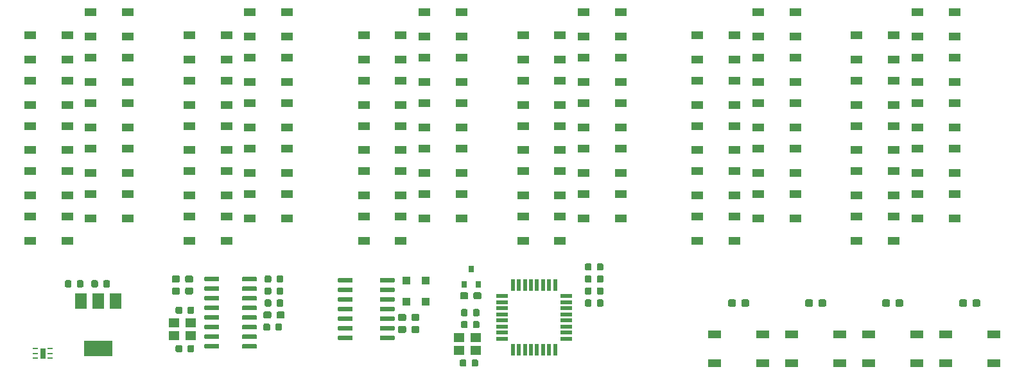
<source format=gbr>
G04 #@! TF.GenerationSoftware,KiCad,Pcbnew,(5.1.5)-3*
G04 #@! TF.CreationDate,2020-09-17T21:05:18+09:00*
G04 #@! TF.ProjectId,acrylic_nixie_clock,61637279-6c69-4635-9f6e-697869655f63,rev?*
G04 #@! TF.SameCoordinates,Original*
G04 #@! TF.FileFunction,Paste,Top*
G04 #@! TF.FilePolarity,Positive*
%FSLAX46Y46*%
G04 Gerber Fmt 4.6, Leading zero omitted, Abs format (unit mm)*
G04 Created by KiCad (PCBNEW (5.1.5)-3) date 2020-09-17 21:05:18*
%MOMM*%
%LPD*%
G04 APERTURE LIST*
%ADD10C,0.100000*%
%ADD11R,0.740000X0.270000*%
%ADD12R,0.650000X1.350000*%
%ADD13R,1.500000X1.000000*%
%ADD14R,0.800000X0.900000*%
%ADD15R,3.800000X2.000000*%
%ADD16R,1.500000X2.000000*%
%ADD17R,1.600000X0.550000*%
%ADD18R,0.550000X1.600000*%
%ADD19R,1.100000X1.100000*%
%ADD20R,1.400000X1.200000*%
%ADD21R,1.700000X1.000000*%
G04 APERTURE END LIST*
D10*
G36*
X62020000Y-97042500D02*
G01*
X62440000Y-97042500D01*
X62440000Y-97902500D01*
X62020000Y-97902500D01*
X62020000Y-97042500D01*
G37*
G36*
X108496703Y-95108222D02*
G01*
X108511264Y-95110382D01*
X108525543Y-95113959D01*
X108539403Y-95118918D01*
X108552710Y-95125212D01*
X108565336Y-95132780D01*
X108577159Y-95141548D01*
X108588066Y-95151434D01*
X108597952Y-95162341D01*
X108606720Y-95174164D01*
X108614288Y-95186790D01*
X108620582Y-95200097D01*
X108625541Y-95213957D01*
X108629118Y-95228236D01*
X108631278Y-95242797D01*
X108632000Y-95257500D01*
X108632000Y-95557500D01*
X108631278Y-95572203D01*
X108629118Y-95586764D01*
X108625541Y-95601043D01*
X108620582Y-95614903D01*
X108614288Y-95628210D01*
X108606720Y-95640836D01*
X108597952Y-95652659D01*
X108588066Y-95663566D01*
X108577159Y-95673452D01*
X108565336Y-95682220D01*
X108552710Y-95689788D01*
X108539403Y-95696082D01*
X108525543Y-95701041D01*
X108511264Y-95704618D01*
X108496703Y-95706778D01*
X108482000Y-95707500D01*
X106832000Y-95707500D01*
X106817297Y-95706778D01*
X106802736Y-95704618D01*
X106788457Y-95701041D01*
X106774597Y-95696082D01*
X106761290Y-95689788D01*
X106748664Y-95682220D01*
X106736841Y-95673452D01*
X106725934Y-95663566D01*
X106716048Y-95652659D01*
X106707280Y-95640836D01*
X106699712Y-95628210D01*
X106693418Y-95614903D01*
X106688459Y-95601043D01*
X106684882Y-95586764D01*
X106682722Y-95572203D01*
X106682000Y-95557500D01*
X106682000Y-95257500D01*
X106682722Y-95242797D01*
X106684882Y-95228236D01*
X106688459Y-95213957D01*
X106693418Y-95200097D01*
X106699712Y-95186790D01*
X106707280Y-95174164D01*
X106716048Y-95162341D01*
X106725934Y-95151434D01*
X106736841Y-95141548D01*
X106748664Y-95132780D01*
X106761290Y-95125212D01*
X106774597Y-95118918D01*
X106788457Y-95113959D01*
X106802736Y-95110382D01*
X106817297Y-95108222D01*
X106832000Y-95107500D01*
X108482000Y-95107500D01*
X108496703Y-95108222D01*
G37*
G36*
X108496703Y-93838222D02*
G01*
X108511264Y-93840382D01*
X108525543Y-93843959D01*
X108539403Y-93848918D01*
X108552710Y-93855212D01*
X108565336Y-93862780D01*
X108577159Y-93871548D01*
X108588066Y-93881434D01*
X108597952Y-93892341D01*
X108606720Y-93904164D01*
X108614288Y-93916790D01*
X108620582Y-93930097D01*
X108625541Y-93943957D01*
X108629118Y-93958236D01*
X108631278Y-93972797D01*
X108632000Y-93987500D01*
X108632000Y-94287500D01*
X108631278Y-94302203D01*
X108629118Y-94316764D01*
X108625541Y-94331043D01*
X108620582Y-94344903D01*
X108614288Y-94358210D01*
X108606720Y-94370836D01*
X108597952Y-94382659D01*
X108588066Y-94393566D01*
X108577159Y-94403452D01*
X108565336Y-94412220D01*
X108552710Y-94419788D01*
X108539403Y-94426082D01*
X108525543Y-94431041D01*
X108511264Y-94434618D01*
X108496703Y-94436778D01*
X108482000Y-94437500D01*
X106832000Y-94437500D01*
X106817297Y-94436778D01*
X106802736Y-94434618D01*
X106788457Y-94431041D01*
X106774597Y-94426082D01*
X106761290Y-94419788D01*
X106748664Y-94412220D01*
X106736841Y-94403452D01*
X106725934Y-94393566D01*
X106716048Y-94382659D01*
X106707280Y-94370836D01*
X106699712Y-94358210D01*
X106693418Y-94344903D01*
X106688459Y-94331043D01*
X106684882Y-94316764D01*
X106682722Y-94302203D01*
X106682000Y-94287500D01*
X106682000Y-93987500D01*
X106682722Y-93972797D01*
X106684882Y-93958236D01*
X106688459Y-93943957D01*
X106693418Y-93930097D01*
X106699712Y-93916790D01*
X106707280Y-93904164D01*
X106716048Y-93892341D01*
X106725934Y-93881434D01*
X106736841Y-93871548D01*
X106748664Y-93862780D01*
X106761290Y-93855212D01*
X106774597Y-93848918D01*
X106788457Y-93843959D01*
X106802736Y-93840382D01*
X106817297Y-93838222D01*
X106832000Y-93837500D01*
X108482000Y-93837500D01*
X108496703Y-93838222D01*
G37*
G36*
X108496703Y-92568222D02*
G01*
X108511264Y-92570382D01*
X108525543Y-92573959D01*
X108539403Y-92578918D01*
X108552710Y-92585212D01*
X108565336Y-92592780D01*
X108577159Y-92601548D01*
X108588066Y-92611434D01*
X108597952Y-92622341D01*
X108606720Y-92634164D01*
X108614288Y-92646790D01*
X108620582Y-92660097D01*
X108625541Y-92673957D01*
X108629118Y-92688236D01*
X108631278Y-92702797D01*
X108632000Y-92717500D01*
X108632000Y-93017500D01*
X108631278Y-93032203D01*
X108629118Y-93046764D01*
X108625541Y-93061043D01*
X108620582Y-93074903D01*
X108614288Y-93088210D01*
X108606720Y-93100836D01*
X108597952Y-93112659D01*
X108588066Y-93123566D01*
X108577159Y-93133452D01*
X108565336Y-93142220D01*
X108552710Y-93149788D01*
X108539403Y-93156082D01*
X108525543Y-93161041D01*
X108511264Y-93164618D01*
X108496703Y-93166778D01*
X108482000Y-93167500D01*
X106832000Y-93167500D01*
X106817297Y-93166778D01*
X106802736Y-93164618D01*
X106788457Y-93161041D01*
X106774597Y-93156082D01*
X106761290Y-93149788D01*
X106748664Y-93142220D01*
X106736841Y-93133452D01*
X106725934Y-93123566D01*
X106716048Y-93112659D01*
X106707280Y-93100836D01*
X106699712Y-93088210D01*
X106693418Y-93074903D01*
X106688459Y-93061043D01*
X106684882Y-93046764D01*
X106682722Y-93032203D01*
X106682000Y-93017500D01*
X106682000Y-92717500D01*
X106682722Y-92702797D01*
X106684882Y-92688236D01*
X106688459Y-92673957D01*
X106693418Y-92660097D01*
X106699712Y-92646790D01*
X106707280Y-92634164D01*
X106716048Y-92622341D01*
X106725934Y-92611434D01*
X106736841Y-92601548D01*
X106748664Y-92592780D01*
X106761290Y-92585212D01*
X106774597Y-92578918D01*
X106788457Y-92573959D01*
X106802736Y-92570382D01*
X106817297Y-92568222D01*
X106832000Y-92567500D01*
X108482000Y-92567500D01*
X108496703Y-92568222D01*
G37*
G36*
X108496703Y-91298222D02*
G01*
X108511264Y-91300382D01*
X108525543Y-91303959D01*
X108539403Y-91308918D01*
X108552710Y-91315212D01*
X108565336Y-91322780D01*
X108577159Y-91331548D01*
X108588066Y-91341434D01*
X108597952Y-91352341D01*
X108606720Y-91364164D01*
X108614288Y-91376790D01*
X108620582Y-91390097D01*
X108625541Y-91403957D01*
X108629118Y-91418236D01*
X108631278Y-91432797D01*
X108632000Y-91447500D01*
X108632000Y-91747500D01*
X108631278Y-91762203D01*
X108629118Y-91776764D01*
X108625541Y-91791043D01*
X108620582Y-91804903D01*
X108614288Y-91818210D01*
X108606720Y-91830836D01*
X108597952Y-91842659D01*
X108588066Y-91853566D01*
X108577159Y-91863452D01*
X108565336Y-91872220D01*
X108552710Y-91879788D01*
X108539403Y-91886082D01*
X108525543Y-91891041D01*
X108511264Y-91894618D01*
X108496703Y-91896778D01*
X108482000Y-91897500D01*
X106832000Y-91897500D01*
X106817297Y-91896778D01*
X106802736Y-91894618D01*
X106788457Y-91891041D01*
X106774597Y-91886082D01*
X106761290Y-91879788D01*
X106748664Y-91872220D01*
X106736841Y-91863452D01*
X106725934Y-91853566D01*
X106716048Y-91842659D01*
X106707280Y-91830836D01*
X106699712Y-91818210D01*
X106693418Y-91804903D01*
X106688459Y-91791043D01*
X106684882Y-91776764D01*
X106682722Y-91762203D01*
X106682000Y-91747500D01*
X106682000Y-91447500D01*
X106682722Y-91432797D01*
X106684882Y-91418236D01*
X106688459Y-91403957D01*
X106693418Y-91390097D01*
X106699712Y-91376790D01*
X106707280Y-91364164D01*
X106716048Y-91352341D01*
X106725934Y-91341434D01*
X106736841Y-91331548D01*
X106748664Y-91322780D01*
X106761290Y-91315212D01*
X106774597Y-91308918D01*
X106788457Y-91303959D01*
X106802736Y-91300382D01*
X106817297Y-91298222D01*
X106832000Y-91297500D01*
X108482000Y-91297500D01*
X108496703Y-91298222D01*
G37*
G36*
X108496703Y-90028222D02*
G01*
X108511264Y-90030382D01*
X108525543Y-90033959D01*
X108539403Y-90038918D01*
X108552710Y-90045212D01*
X108565336Y-90052780D01*
X108577159Y-90061548D01*
X108588066Y-90071434D01*
X108597952Y-90082341D01*
X108606720Y-90094164D01*
X108614288Y-90106790D01*
X108620582Y-90120097D01*
X108625541Y-90133957D01*
X108629118Y-90148236D01*
X108631278Y-90162797D01*
X108632000Y-90177500D01*
X108632000Y-90477500D01*
X108631278Y-90492203D01*
X108629118Y-90506764D01*
X108625541Y-90521043D01*
X108620582Y-90534903D01*
X108614288Y-90548210D01*
X108606720Y-90560836D01*
X108597952Y-90572659D01*
X108588066Y-90583566D01*
X108577159Y-90593452D01*
X108565336Y-90602220D01*
X108552710Y-90609788D01*
X108539403Y-90616082D01*
X108525543Y-90621041D01*
X108511264Y-90624618D01*
X108496703Y-90626778D01*
X108482000Y-90627500D01*
X106832000Y-90627500D01*
X106817297Y-90626778D01*
X106802736Y-90624618D01*
X106788457Y-90621041D01*
X106774597Y-90616082D01*
X106761290Y-90609788D01*
X106748664Y-90602220D01*
X106736841Y-90593452D01*
X106725934Y-90583566D01*
X106716048Y-90572659D01*
X106707280Y-90560836D01*
X106699712Y-90548210D01*
X106693418Y-90534903D01*
X106688459Y-90521043D01*
X106684882Y-90506764D01*
X106682722Y-90492203D01*
X106682000Y-90477500D01*
X106682000Y-90177500D01*
X106682722Y-90162797D01*
X106684882Y-90148236D01*
X106688459Y-90133957D01*
X106693418Y-90120097D01*
X106699712Y-90106790D01*
X106707280Y-90094164D01*
X106716048Y-90082341D01*
X106725934Y-90071434D01*
X106736841Y-90061548D01*
X106748664Y-90052780D01*
X106761290Y-90045212D01*
X106774597Y-90038918D01*
X106788457Y-90033959D01*
X106802736Y-90030382D01*
X106817297Y-90028222D01*
X106832000Y-90027500D01*
X108482000Y-90027500D01*
X108496703Y-90028222D01*
G37*
G36*
X108496703Y-88758222D02*
G01*
X108511264Y-88760382D01*
X108525543Y-88763959D01*
X108539403Y-88768918D01*
X108552710Y-88775212D01*
X108565336Y-88782780D01*
X108577159Y-88791548D01*
X108588066Y-88801434D01*
X108597952Y-88812341D01*
X108606720Y-88824164D01*
X108614288Y-88836790D01*
X108620582Y-88850097D01*
X108625541Y-88863957D01*
X108629118Y-88878236D01*
X108631278Y-88892797D01*
X108632000Y-88907500D01*
X108632000Y-89207500D01*
X108631278Y-89222203D01*
X108629118Y-89236764D01*
X108625541Y-89251043D01*
X108620582Y-89264903D01*
X108614288Y-89278210D01*
X108606720Y-89290836D01*
X108597952Y-89302659D01*
X108588066Y-89313566D01*
X108577159Y-89323452D01*
X108565336Y-89332220D01*
X108552710Y-89339788D01*
X108539403Y-89346082D01*
X108525543Y-89351041D01*
X108511264Y-89354618D01*
X108496703Y-89356778D01*
X108482000Y-89357500D01*
X106832000Y-89357500D01*
X106817297Y-89356778D01*
X106802736Y-89354618D01*
X106788457Y-89351041D01*
X106774597Y-89346082D01*
X106761290Y-89339788D01*
X106748664Y-89332220D01*
X106736841Y-89323452D01*
X106725934Y-89313566D01*
X106716048Y-89302659D01*
X106707280Y-89290836D01*
X106699712Y-89278210D01*
X106693418Y-89264903D01*
X106688459Y-89251043D01*
X106684882Y-89236764D01*
X106682722Y-89222203D01*
X106682000Y-89207500D01*
X106682000Y-88907500D01*
X106682722Y-88892797D01*
X106684882Y-88878236D01*
X106688459Y-88863957D01*
X106693418Y-88850097D01*
X106699712Y-88836790D01*
X106707280Y-88824164D01*
X106716048Y-88812341D01*
X106725934Y-88801434D01*
X106736841Y-88791548D01*
X106748664Y-88782780D01*
X106761290Y-88775212D01*
X106774597Y-88768918D01*
X106788457Y-88763959D01*
X106802736Y-88760382D01*
X106817297Y-88758222D01*
X106832000Y-88757500D01*
X108482000Y-88757500D01*
X108496703Y-88758222D01*
G37*
G36*
X108496703Y-87488222D02*
G01*
X108511264Y-87490382D01*
X108525543Y-87493959D01*
X108539403Y-87498918D01*
X108552710Y-87505212D01*
X108565336Y-87512780D01*
X108577159Y-87521548D01*
X108588066Y-87531434D01*
X108597952Y-87542341D01*
X108606720Y-87554164D01*
X108614288Y-87566790D01*
X108620582Y-87580097D01*
X108625541Y-87593957D01*
X108629118Y-87608236D01*
X108631278Y-87622797D01*
X108632000Y-87637500D01*
X108632000Y-87937500D01*
X108631278Y-87952203D01*
X108629118Y-87966764D01*
X108625541Y-87981043D01*
X108620582Y-87994903D01*
X108614288Y-88008210D01*
X108606720Y-88020836D01*
X108597952Y-88032659D01*
X108588066Y-88043566D01*
X108577159Y-88053452D01*
X108565336Y-88062220D01*
X108552710Y-88069788D01*
X108539403Y-88076082D01*
X108525543Y-88081041D01*
X108511264Y-88084618D01*
X108496703Y-88086778D01*
X108482000Y-88087500D01*
X106832000Y-88087500D01*
X106817297Y-88086778D01*
X106802736Y-88084618D01*
X106788457Y-88081041D01*
X106774597Y-88076082D01*
X106761290Y-88069788D01*
X106748664Y-88062220D01*
X106736841Y-88053452D01*
X106725934Y-88043566D01*
X106716048Y-88032659D01*
X106707280Y-88020836D01*
X106699712Y-88008210D01*
X106693418Y-87994903D01*
X106688459Y-87981043D01*
X106684882Y-87966764D01*
X106682722Y-87952203D01*
X106682000Y-87937500D01*
X106682000Y-87637500D01*
X106682722Y-87622797D01*
X106684882Y-87608236D01*
X106688459Y-87593957D01*
X106693418Y-87580097D01*
X106699712Y-87566790D01*
X106707280Y-87554164D01*
X106716048Y-87542341D01*
X106725934Y-87531434D01*
X106736841Y-87521548D01*
X106748664Y-87512780D01*
X106761290Y-87505212D01*
X106774597Y-87498918D01*
X106788457Y-87493959D01*
X106802736Y-87490382D01*
X106817297Y-87488222D01*
X106832000Y-87487500D01*
X108482000Y-87487500D01*
X108496703Y-87488222D01*
G37*
G36*
X102946703Y-87488222D02*
G01*
X102961264Y-87490382D01*
X102975543Y-87493959D01*
X102989403Y-87498918D01*
X103002710Y-87505212D01*
X103015336Y-87512780D01*
X103027159Y-87521548D01*
X103038066Y-87531434D01*
X103047952Y-87542341D01*
X103056720Y-87554164D01*
X103064288Y-87566790D01*
X103070582Y-87580097D01*
X103075541Y-87593957D01*
X103079118Y-87608236D01*
X103081278Y-87622797D01*
X103082000Y-87637500D01*
X103082000Y-87937500D01*
X103081278Y-87952203D01*
X103079118Y-87966764D01*
X103075541Y-87981043D01*
X103070582Y-87994903D01*
X103064288Y-88008210D01*
X103056720Y-88020836D01*
X103047952Y-88032659D01*
X103038066Y-88043566D01*
X103027159Y-88053452D01*
X103015336Y-88062220D01*
X103002710Y-88069788D01*
X102989403Y-88076082D01*
X102975543Y-88081041D01*
X102961264Y-88084618D01*
X102946703Y-88086778D01*
X102932000Y-88087500D01*
X101282000Y-88087500D01*
X101267297Y-88086778D01*
X101252736Y-88084618D01*
X101238457Y-88081041D01*
X101224597Y-88076082D01*
X101211290Y-88069788D01*
X101198664Y-88062220D01*
X101186841Y-88053452D01*
X101175934Y-88043566D01*
X101166048Y-88032659D01*
X101157280Y-88020836D01*
X101149712Y-88008210D01*
X101143418Y-87994903D01*
X101138459Y-87981043D01*
X101134882Y-87966764D01*
X101132722Y-87952203D01*
X101132000Y-87937500D01*
X101132000Y-87637500D01*
X101132722Y-87622797D01*
X101134882Y-87608236D01*
X101138459Y-87593957D01*
X101143418Y-87580097D01*
X101149712Y-87566790D01*
X101157280Y-87554164D01*
X101166048Y-87542341D01*
X101175934Y-87531434D01*
X101186841Y-87521548D01*
X101198664Y-87512780D01*
X101211290Y-87505212D01*
X101224597Y-87498918D01*
X101238457Y-87493959D01*
X101252736Y-87490382D01*
X101267297Y-87488222D01*
X101282000Y-87487500D01*
X102932000Y-87487500D01*
X102946703Y-87488222D01*
G37*
G36*
X102946703Y-88758222D02*
G01*
X102961264Y-88760382D01*
X102975543Y-88763959D01*
X102989403Y-88768918D01*
X103002710Y-88775212D01*
X103015336Y-88782780D01*
X103027159Y-88791548D01*
X103038066Y-88801434D01*
X103047952Y-88812341D01*
X103056720Y-88824164D01*
X103064288Y-88836790D01*
X103070582Y-88850097D01*
X103075541Y-88863957D01*
X103079118Y-88878236D01*
X103081278Y-88892797D01*
X103082000Y-88907500D01*
X103082000Y-89207500D01*
X103081278Y-89222203D01*
X103079118Y-89236764D01*
X103075541Y-89251043D01*
X103070582Y-89264903D01*
X103064288Y-89278210D01*
X103056720Y-89290836D01*
X103047952Y-89302659D01*
X103038066Y-89313566D01*
X103027159Y-89323452D01*
X103015336Y-89332220D01*
X103002710Y-89339788D01*
X102989403Y-89346082D01*
X102975543Y-89351041D01*
X102961264Y-89354618D01*
X102946703Y-89356778D01*
X102932000Y-89357500D01*
X101282000Y-89357500D01*
X101267297Y-89356778D01*
X101252736Y-89354618D01*
X101238457Y-89351041D01*
X101224597Y-89346082D01*
X101211290Y-89339788D01*
X101198664Y-89332220D01*
X101186841Y-89323452D01*
X101175934Y-89313566D01*
X101166048Y-89302659D01*
X101157280Y-89290836D01*
X101149712Y-89278210D01*
X101143418Y-89264903D01*
X101138459Y-89251043D01*
X101134882Y-89236764D01*
X101132722Y-89222203D01*
X101132000Y-89207500D01*
X101132000Y-88907500D01*
X101132722Y-88892797D01*
X101134882Y-88878236D01*
X101138459Y-88863957D01*
X101143418Y-88850097D01*
X101149712Y-88836790D01*
X101157280Y-88824164D01*
X101166048Y-88812341D01*
X101175934Y-88801434D01*
X101186841Y-88791548D01*
X101198664Y-88782780D01*
X101211290Y-88775212D01*
X101224597Y-88768918D01*
X101238457Y-88763959D01*
X101252736Y-88760382D01*
X101267297Y-88758222D01*
X101282000Y-88757500D01*
X102932000Y-88757500D01*
X102946703Y-88758222D01*
G37*
G36*
X102946703Y-90028222D02*
G01*
X102961264Y-90030382D01*
X102975543Y-90033959D01*
X102989403Y-90038918D01*
X103002710Y-90045212D01*
X103015336Y-90052780D01*
X103027159Y-90061548D01*
X103038066Y-90071434D01*
X103047952Y-90082341D01*
X103056720Y-90094164D01*
X103064288Y-90106790D01*
X103070582Y-90120097D01*
X103075541Y-90133957D01*
X103079118Y-90148236D01*
X103081278Y-90162797D01*
X103082000Y-90177500D01*
X103082000Y-90477500D01*
X103081278Y-90492203D01*
X103079118Y-90506764D01*
X103075541Y-90521043D01*
X103070582Y-90534903D01*
X103064288Y-90548210D01*
X103056720Y-90560836D01*
X103047952Y-90572659D01*
X103038066Y-90583566D01*
X103027159Y-90593452D01*
X103015336Y-90602220D01*
X103002710Y-90609788D01*
X102989403Y-90616082D01*
X102975543Y-90621041D01*
X102961264Y-90624618D01*
X102946703Y-90626778D01*
X102932000Y-90627500D01*
X101282000Y-90627500D01*
X101267297Y-90626778D01*
X101252736Y-90624618D01*
X101238457Y-90621041D01*
X101224597Y-90616082D01*
X101211290Y-90609788D01*
X101198664Y-90602220D01*
X101186841Y-90593452D01*
X101175934Y-90583566D01*
X101166048Y-90572659D01*
X101157280Y-90560836D01*
X101149712Y-90548210D01*
X101143418Y-90534903D01*
X101138459Y-90521043D01*
X101134882Y-90506764D01*
X101132722Y-90492203D01*
X101132000Y-90477500D01*
X101132000Y-90177500D01*
X101132722Y-90162797D01*
X101134882Y-90148236D01*
X101138459Y-90133957D01*
X101143418Y-90120097D01*
X101149712Y-90106790D01*
X101157280Y-90094164D01*
X101166048Y-90082341D01*
X101175934Y-90071434D01*
X101186841Y-90061548D01*
X101198664Y-90052780D01*
X101211290Y-90045212D01*
X101224597Y-90038918D01*
X101238457Y-90033959D01*
X101252736Y-90030382D01*
X101267297Y-90028222D01*
X101282000Y-90027500D01*
X102932000Y-90027500D01*
X102946703Y-90028222D01*
G37*
G36*
X102946703Y-91298222D02*
G01*
X102961264Y-91300382D01*
X102975543Y-91303959D01*
X102989403Y-91308918D01*
X103002710Y-91315212D01*
X103015336Y-91322780D01*
X103027159Y-91331548D01*
X103038066Y-91341434D01*
X103047952Y-91352341D01*
X103056720Y-91364164D01*
X103064288Y-91376790D01*
X103070582Y-91390097D01*
X103075541Y-91403957D01*
X103079118Y-91418236D01*
X103081278Y-91432797D01*
X103082000Y-91447500D01*
X103082000Y-91747500D01*
X103081278Y-91762203D01*
X103079118Y-91776764D01*
X103075541Y-91791043D01*
X103070582Y-91804903D01*
X103064288Y-91818210D01*
X103056720Y-91830836D01*
X103047952Y-91842659D01*
X103038066Y-91853566D01*
X103027159Y-91863452D01*
X103015336Y-91872220D01*
X103002710Y-91879788D01*
X102989403Y-91886082D01*
X102975543Y-91891041D01*
X102961264Y-91894618D01*
X102946703Y-91896778D01*
X102932000Y-91897500D01*
X101282000Y-91897500D01*
X101267297Y-91896778D01*
X101252736Y-91894618D01*
X101238457Y-91891041D01*
X101224597Y-91886082D01*
X101211290Y-91879788D01*
X101198664Y-91872220D01*
X101186841Y-91863452D01*
X101175934Y-91853566D01*
X101166048Y-91842659D01*
X101157280Y-91830836D01*
X101149712Y-91818210D01*
X101143418Y-91804903D01*
X101138459Y-91791043D01*
X101134882Y-91776764D01*
X101132722Y-91762203D01*
X101132000Y-91747500D01*
X101132000Y-91447500D01*
X101132722Y-91432797D01*
X101134882Y-91418236D01*
X101138459Y-91403957D01*
X101143418Y-91390097D01*
X101149712Y-91376790D01*
X101157280Y-91364164D01*
X101166048Y-91352341D01*
X101175934Y-91341434D01*
X101186841Y-91331548D01*
X101198664Y-91322780D01*
X101211290Y-91315212D01*
X101224597Y-91308918D01*
X101238457Y-91303959D01*
X101252736Y-91300382D01*
X101267297Y-91298222D01*
X101282000Y-91297500D01*
X102932000Y-91297500D01*
X102946703Y-91298222D01*
G37*
G36*
X102946703Y-92568222D02*
G01*
X102961264Y-92570382D01*
X102975543Y-92573959D01*
X102989403Y-92578918D01*
X103002710Y-92585212D01*
X103015336Y-92592780D01*
X103027159Y-92601548D01*
X103038066Y-92611434D01*
X103047952Y-92622341D01*
X103056720Y-92634164D01*
X103064288Y-92646790D01*
X103070582Y-92660097D01*
X103075541Y-92673957D01*
X103079118Y-92688236D01*
X103081278Y-92702797D01*
X103082000Y-92717500D01*
X103082000Y-93017500D01*
X103081278Y-93032203D01*
X103079118Y-93046764D01*
X103075541Y-93061043D01*
X103070582Y-93074903D01*
X103064288Y-93088210D01*
X103056720Y-93100836D01*
X103047952Y-93112659D01*
X103038066Y-93123566D01*
X103027159Y-93133452D01*
X103015336Y-93142220D01*
X103002710Y-93149788D01*
X102989403Y-93156082D01*
X102975543Y-93161041D01*
X102961264Y-93164618D01*
X102946703Y-93166778D01*
X102932000Y-93167500D01*
X101282000Y-93167500D01*
X101267297Y-93166778D01*
X101252736Y-93164618D01*
X101238457Y-93161041D01*
X101224597Y-93156082D01*
X101211290Y-93149788D01*
X101198664Y-93142220D01*
X101186841Y-93133452D01*
X101175934Y-93123566D01*
X101166048Y-93112659D01*
X101157280Y-93100836D01*
X101149712Y-93088210D01*
X101143418Y-93074903D01*
X101138459Y-93061043D01*
X101134882Y-93046764D01*
X101132722Y-93032203D01*
X101132000Y-93017500D01*
X101132000Y-92717500D01*
X101132722Y-92702797D01*
X101134882Y-92688236D01*
X101138459Y-92673957D01*
X101143418Y-92660097D01*
X101149712Y-92646790D01*
X101157280Y-92634164D01*
X101166048Y-92622341D01*
X101175934Y-92611434D01*
X101186841Y-92601548D01*
X101198664Y-92592780D01*
X101211290Y-92585212D01*
X101224597Y-92578918D01*
X101238457Y-92573959D01*
X101252736Y-92570382D01*
X101267297Y-92568222D01*
X101282000Y-92567500D01*
X102932000Y-92567500D01*
X102946703Y-92568222D01*
G37*
G36*
X102946703Y-93838222D02*
G01*
X102961264Y-93840382D01*
X102975543Y-93843959D01*
X102989403Y-93848918D01*
X103002710Y-93855212D01*
X103015336Y-93862780D01*
X103027159Y-93871548D01*
X103038066Y-93881434D01*
X103047952Y-93892341D01*
X103056720Y-93904164D01*
X103064288Y-93916790D01*
X103070582Y-93930097D01*
X103075541Y-93943957D01*
X103079118Y-93958236D01*
X103081278Y-93972797D01*
X103082000Y-93987500D01*
X103082000Y-94287500D01*
X103081278Y-94302203D01*
X103079118Y-94316764D01*
X103075541Y-94331043D01*
X103070582Y-94344903D01*
X103064288Y-94358210D01*
X103056720Y-94370836D01*
X103047952Y-94382659D01*
X103038066Y-94393566D01*
X103027159Y-94403452D01*
X103015336Y-94412220D01*
X103002710Y-94419788D01*
X102989403Y-94426082D01*
X102975543Y-94431041D01*
X102961264Y-94434618D01*
X102946703Y-94436778D01*
X102932000Y-94437500D01*
X101282000Y-94437500D01*
X101267297Y-94436778D01*
X101252736Y-94434618D01*
X101238457Y-94431041D01*
X101224597Y-94426082D01*
X101211290Y-94419788D01*
X101198664Y-94412220D01*
X101186841Y-94403452D01*
X101175934Y-94393566D01*
X101166048Y-94382659D01*
X101157280Y-94370836D01*
X101149712Y-94358210D01*
X101143418Y-94344903D01*
X101138459Y-94331043D01*
X101134882Y-94316764D01*
X101132722Y-94302203D01*
X101132000Y-94287500D01*
X101132000Y-93987500D01*
X101132722Y-93972797D01*
X101134882Y-93958236D01*
X101138459Y-93943957D01*
X101143418Y-93930097D01*
X101149712Y-93916790D01*
X101157280Y-93904164D01*
X101166048Y-93892341D01*
X101175934Y-93881434D01*
X101186841Y-93871548D01*
X101198664Y-93862780D01*
X101211290Y-93855212D01*
X101224597Y-93848918D01*
X101238457Y-93843959D01*
X101252736Y-93840382D01*
X101267297Y-93838222D01*
X101282000Y-93837500D01*
X102932000Y-93837500D01*
X102946703Y-93838222D01*
G37*
G36*
X102946703Y-95108222D02*
G01*
X102961264Y-95110382D01*
X102975543Y-95113959D01*
X102989403Y-95118918D01*
X103002710Y-95125212D01*
X103015336Y-95132780D01*
X103027159Y-95141548D01*
X103038066Y-95151434D01*
X103047952Y-95162341D01*
X103056720Y-95174164D01*
X103064288Y-95186790D01*
X103070582Y-95200097D01*
X103075541Y-95213957D01*
X103079118Y-95228236D01*
X103081278Y-95242797D01*
X103082000Y-95257500D01*
X103082000Y-95557500D01*
X103081278Y-95572203D01*
X103079118Y-95586764D01*
X103075541Y-95601043D01*
X103070582Y-95614903D01*
X103064288Y-95628210D01*
X103056720Y-95640836D01*
X103047952Y-95652659D01*
X103038066Y-95663566D01*
X103027159Y-95673452D01*
X103015336Y-95682220D01*
X103002710Y-95689788D01*
X102989403Y-95696082D01*
X102975543Y-95701041D01*
X102961264Y-95704618D01*
X102946703Y-95706778D01*
X102932000Y-95707500D01*
X101282000Y-95707500D01*
X101267297Y-95706778D01*
X101252736Y-95704618D01*
X101238457Y-95701041D01*
X101224597Y-95696082D01*
X101211290Y-95689788D01*
X101198664Y-95682220D01*
X101186841Y-95673452D01*
X101175934Y-95663566D01*
X101166048Y-95652659D01*
X101157280Y-95640836D01*
X101149712Y-95628210D01*
X101143418Y-95614903D01*
X101138459Y-95601043D01*
X101134882Y-95586764D01*
X101132722Y-95572203D01*
X101132000Y-95557500D01*
X101132000Y-95257500D01*
X101132722Y-95242797D01*
X101134882Y-95228236D01*
X101138459Y-95213957D01*
X101143418Y-95200097D01*
X101149712Y-95186790D01*
X101157280Y-95174164D01*
X101166048Y-95162341D01*
X101175934Y-95151434D01*
X101186841Y-95141548D01*
X101198664Y-95132780D01*
X101211290Y-95125212D01*
X101224597Y-95118918D01*
X101238457Y-95113959D01*
X101252736Y-95110382D01*
X101267297Y-95108222D01*
X101282000Y-95107500D01*
X102932000Y-95107500D01*
X102946703Y-95108222D01*
G37*
D11*
X61235000Y-96822500D03*
X61235000Y-97472500D03*
X61235000Y-98122500D03*
X63225000Y-98122500D03*
X63225000Y-97472500D03*
X63225000Y-96822500D03*
D12*
X62230000Y-97472500D03*
D10*
G36*
X85359703Y-87330722D02*
G01*
X85374264Y-87332882D01*
X85388543Y-87336459D01*
X85402403Y-87341418D01*
X85415710Y-87347712D01*
X85428336Y-87355280D01*
X85440159Y-87364048D01*
X85451066Y-87373934D01*
X85460952Y-87384841D01*
X85469720Y-87396664D01*
X85477288Y-87409290D01*
X85483582Y-87422597D01*
X85488541Y-87436457D01*
X85492118Y-87450736D01*
X85494278Y-87465297D01*
X85495000Y-87480000D01*
X85495000Y-87780000D01*
X85494278Y-87794703D01*
X85492118Y-87809264D01*
X85488541Y-87823543D01*
X85483582Y-87837403D01*
X85477288Y-87850710D01*
X85469720Y-87863336D01*
X85460952Y-87875159D01*
X85451066Y-87886066D01*
X85440159Y-87895952D01*
X85428336Y-87904720D01*
X85415710Y-87912288D01*
X85402403Y-87918582D01*
X85388543Y-87923541D01*
X85374264Y-87927118D01*
X85359703Y-87929278D01*
X85345000Y-87930000D01*
X83695000Y-87930000D01*
X83680297Y-87929278D01*
X83665736Y-87927118D01*
X83651457Y-87923541D01*
X83637597Y-87918582D01*
X83624290Y-87912288D01*
X83611664Y-87904720D01*
X83599841Y-87895952D01*
X83588934Y-87886066D01*
X83579048Y-87875159D01*
X83570280Y-87863336D01*
X83562712Y-87850710D01*
X83556418Y-87837403D01*
X83551459Y-87823543D01*
X83547882Y-87809264D01*
X83545722Y-87794703D01*
X83545000Y-87780000D01*
X83545000Y-87480000D01*
X83545722Y-87465297D01*
X83547882Y-87450736D01*
X83551459Y-87436457D01*
X83556418Y-87422597D01*
X83562712Y-87409290D01*
X83570280Y-87396664D01*
X83579048Y-87384841D01*
X83588934Y-87373934D01*
X83599841Y-87364048D01*
X83611664Y-87355280D01*
X83624290Y-87347712D01*
X83637597Y-87341418D01*
X83651457Y-87336459D01*
X83665736Y-87332882D01*
X83680297Y-87330722D01*
X83695000Y-87330000D01*
X85345000Y-87330000D01*
X85359703Y-87330722D01*
G37*
G36*
X85359703Y-88600722D02*
G01*
X85374264Y-88602882D01*
X85388543Y-88606459D01*
X85402403Y-88611418D01*
X85415710Y-88617712D01*
X85428336Y-88625280D01*
X85440159Y-88634048D01*
X85451066Y-88643934D01*
X85460952Y-88654841D01*
X85469720Y-88666664D01*
X85477288Y-88679290D01*
X85483582Y-88692597D01*
X85488541Y-88706457D01*
X85492118Y-88720736D01*
X85494278Y-88735297D01*
X85495000Y-88750000D01*
X85495000Y-89050000D01*
X85494278Y-89064703D01*
X85492118Y-89079264D01*
X85488541Y-89093543D01*
X85483582Y-89107403D01*
X85477288Y-89120710D01*
X85469720Y-89133336D01*
X85460952Y-89145159D01*
X85451066Y-89156066D01*
X85440159Y-89165952D01*
X85428336Y-89174720D01*
X85415710Y-89182288D01*
X85402403Y-89188582D01*
X85388543Y-89193541D01*
X85374264Y-89197118D01*
X85359703Y-89199278D01*
X85345000Y-89200000D01*
X83695000Y-89200000D01*
X83680297Y-89199278D01*
X83665736Y-89197118D01*
X83651457Y-89193541D01*
X83637597Y-89188582D01*
X83624290Y-89182288D01*
X83611664Y-89174720D01*
X83599841Y-89165952D01*
X83588934Y-89156066D01*
X83579048Y-89145159D01*
X83570280Y-89133336D01*
X83562712Y-89120710D01*
X83556418Y-89107403D01*
X83551459Y-89093543D01*
X83547882Y-89079264D01*
X83545722Y-89064703D01*
X83545000Y-89050000D01*
X83545000Y-88750000D01*
X83545722Y-88735297D01*
X83547882Y-88720736D01*
X83551459Y-88706457D01*
X83556418Y-88692597D01*
X83562712Y-88679290D01*
X83570280Y-88666664D01*
X83579048Y-88654841D01*
X83588934Y-88643934D01*
X83599841Y-88634048D01*
X83611664Y-88625280D01*
X83624290Y-88617712D01*
X83637597Y-88611418D01*
X83651457Y-88606459D01*
X83665736Y-88602882D01*
X83680297Y-88600722D01*
X83695000Y-88600000D01*
X85345000Y-88600000D01*
X85359703Y-88600722D01*
G37*
G36*
X85359703Y-89870722D02*
G01*
X85374264Y-89872882D01*
X85388543Y-89876459D01*
X85402403Y-89881418D01*
X85415710Y-89887712D01*
X85428336Y-89895280D01*
X85440159Y-89904048D01*
X85451066Y-89913934D01*
X85460952Y-89924841D01*
X85469720Y-89936664D01*
X85477288Y-89949290D01*
X85483582Y-89962597D01*
X85488541Y-89976457D01*
X85492118Y-89990736D01*
X85494278Y-90005297D01*
X85495000Y-90020000D01*
X85495000Y-90320000D01*
X85494278Y-90334703D01*
X85492118Y-90349264D01*
X85488541Y-90363543D01*
X85483582Y-90377403D01*
X85477288Y-90390710D01*
X85469720Y-90403336D01*
X85460952Y-90415159D01*
X85451066Y-90426066D01*
X85440159Y-90435952D01*
X85428336Y-90444720D01*
X85415710Y-90452288D01*
X85402403Y-90458582D01*
X85388543Y-90463541D01*
X85374264Y-90467118D01*
X85359703Y-90469278D01*
X85345000Y-90470000D01*
X83695000Y-90470000D01*
X83680297Y-90469278D01*
X83665736Y-90467118D01*
X83651457Y-90463541D01*
X83637597Y-90458582D01*
X83624290Y-90452288D01*
X83611664Y-90444720D01*
X83599841Y-90435952D01*
X83588934Y-90426066D01*
X83579048Y-90415159D01*
X83570280Y-90403336D01*
X83562712Y-90390710D01*
X83556418Y-90377403D01*
X83551459Y-90363543D01*
X83547882Y-90349264D01*
X83545722Y-90334703D01*
X83545000Y-90320000D01*
X83545000Y-90020000D01*
X83545722Y-90005297D01*
X83547882Y-89990736D01*
X83551459Y-89976457D01*
X83556418Y-89962597D01*
X83562712Y-89949290D01*
X83570280Y-89936664D01*
X83579048Y-89924841D01*
X83588934Y-89913934D01*
X83599841Y-89904048D01*
X83611664Y-89895280D01*
X83624290Y-89887712D01*
X83637597Y-89881418D01*
X83651457Y-89876459D01*
X83665736Y-89872882D01*
X83680297Y-89870722D01*
X83695000Y-89870000D01*
X85345000Y-89870000D01*
X85359703Y-89870722D01*
G37*
G36*
X85359703Y-91140722D02*
G01*
X85374264Y-91142882D01*
X85388543Y-91146459D01*
X85402403Y-91151418D01*
X85415710Y-91157712D01*
X85428336Y-91165280D01*
X85440159Y-91174048D01*
X85451066Y-91183934D01*
X85460952Y-91194841D01*
X85469720Y-91206664D01*
X85477288Y-91219290D01*
X85483582Y-91232597D01*
X85488541Y-91246457D01*
X85492118Y-91260736D01*
X85494278Y-91275297D01*
X85495000Y-91290000D01*
X85495000Y-91590000D01*
X85494278Y-91604703D01*
X85492118Y-91619264D01*
X85488541Y-91633543D01*
X85483582Y-91647403D01*
X85477288Y-91660710D01*
X85469720Y-91673336D01*
X85460952Y-91685159D01*
X85451066Y-91696066D01*
X85440159Y-91705952D01*
X85428336Y-91714720D01*
X85415710Y-91722288D01*
X85402403Y-91728582D01*
X85388543Y-91733541D01*
X85374264Y-91737118D01*
X85359703Y-91739278D01*
X85345000Y-91740000D01*
X83695000Y-91740000D01*
X83680297Y-91739278D01*
X83665736Y-91737118D01*
X83651457Y-91733541D01*
X83637597Y-91728582D01*
X83624290Y-91722288D01*
X83611664Y-91714720D01*
X83599841Y-91705952D01*
X83588934Y-91696066D01*
X83579048Y-91685159D01*
X83570280Y-91673336D01*
X83562712Y-91660710D01*
X83556418Y-91647403D01*
X83551459Y-91633543D01*
X83547882Y-91619264D01*
X83545722Y-91604703D01*
X83545000Y-91590000D01*
X83545000Y-91290000D01*
X83545722Y-91275297D01*
X83547882Y-91260736D01*
X83551459Y-91246457D01*
X83556418Y-91232597D01*
X83562712Y-91219290D01*
X83570280Y-91206664D01*
X83579048Y-91194841D01*
X83588934Y-91183934D01*
X83599841Y-91174048D01*
X83611664Y-91165280D01*
X83624290Y-91157712D01*
X83637597Y-91151418D01*
X83651457Y-91146459D01*
X83665736Y-91142882D01*
X83680297Y-91140722D01*
X83695000Y-91140000D01*
X85345000Y-91140000D01*
X85359703Y-91140722D01*
G37*
G36*
X85359703Y-92410722D02*
G01*
X85374264Y-92412882D01*
X85388543Y-92416459D01*
X85402403Y-92421418D01*
X85415710Y-92427712D01*
X85428336Y-92435280D01*
X85440159Y-92444048D01*
X85451066Y-92453934D01*
X85460952Y-92464841D01*
X85469720Y-92476664D01*
X85477288Y-92489290D01*
X85483582Y-92502597D01*
X85488541Y-92516457D01*
X85492118Y-92530736D01*
X85494278Y-92545297D01*
X85495000Y-92560000D01*
X85495000Y-92860000D01*
X85494278Y-92874703D01*
X85492118Y-92889264D01*
X85488541Y-92903543D01*
X85483582Y-92917403D01*
X85477288Y-92930710D01*
X85469720Y-92943336D01*
X85460952Y-92955159D01*
X85451066Y-92966066D01*
X85440159Y-92975952D01*
X85428336Y-92984720D01*
X85415710Y-92992288D01*
X85402403Y-92998582D01*
X85388543Y-93003541D01*
X85374264Y-93007118D01*
X85359703Y-93009278D01*
X85345000Y-93010000D01*
X83695000Y-93010000D01*
X83680297Y-93009278D01*
X83665736Y-93007118D01*
X83651457Y-93003541D01*
X83637597Y-92998582D01*
X83624290Y-92992288D01*
X83611664Y-92984720D01*
X83599841Y-92975952D01*
X83588934Y-92966066D01*
X83579048Y-92955159D01*
X83570280Y-92943336D01*
X83562712Y-92930710D01*
X83556418Y-92917403D01*
X83551459Y-92903543D01*
X83547882Y-92889264D01*
X83545722Y-92874703D01*
X83545000Y-92860000D01*
X83545000Y-92560000D01*
X83545722Y-92545297D01*
X83547882Y-92530736D01*
X83551459Y-92516457D01*
X83556418Y-92502597D01*
X83562712Y-92489290D01*
X83570280Y-92476664D01*
X83579048Y-92464841D01*
X83588934Y-92453934D01*
X83599841Y-92444048D01*
X83611664Y-92435280D01*
X83624290Y-92427712D01*
X83637597Y-92421418D01*
X83651457Y-92416459D01*
X83665736Y-92412882D01*
X83680297Y-92410722D01*
X83695000Y-92410000D01*
X85345000Y-92410000D01*
X85359703Y-92410722D01*
G37*
G36*
X85359703Y-93680722D02*
G01*
X85374264Y-93682882D01*
X85388543Y-93686459D01*
X85402403Y-93691418D01*
X85415710Y-93697712D01*
X85428336Y-93705280D01*
X85440159Y-93714048D01*
X85451066Y-93723934D01*
X85460952Y-93734841D01*
X85469720Y-93746664D01*
X85477288Y-93759290D01*
X85483582Y-93772597D01*
X85488541Y-93786457D01*
X85492118Y-93800736D01*
X85494278Y-93815297D01*
X85495000Y-93830000D01*
X85495000Y-94130000D01*
X85494278Y-94144703D01*
X85492118Y-94159264D01*
X85488541Y-94173543D01*
X85483582Y-94187403D01*
X85477288Y-94200710D01*
X85469720Y-94213336D01*
X85460952Y-94225159D01*
X85451066Y-94236066D01*
X85440159Y-94245952D01*
X85428336Y-94254720D01*
X85415710Y-94262288D01*
X85402403Y-94268582D01*
X85388543Y-94273541D01*
X85374264Y-94277118D01*
X85359703Y-94279278D01*
X85345000Y-94280000D01*
X83695000Y-94280000D01*
X83680297Y-94279278D01*
X83665736Y-94277118D01*
X83651457Y-94273541D01*
X83637597Y-94268582D01*
X83624290Y-94262288D01*
X83611664Y-94254720D01*
X83599841Y-94245952D01*
X83588934Y-94236066D01*
X83579048Y-94225159D01*
X83570280Y-94213336D01*
X83562712Y-94200710D01*
X83556418Y-94187403D01*
X83551459Y-94173543D01*
X83547882Y-94159264D01*
X83545722Y-94144703D01*
X83545000Y-94130000D01*
X83545000Y-93830000D01*
X83545722Y-93815297D01*
X83547882Y-93800736D01*
X83551459Y-93786457D01*
X83556418Y-93772597D01*
X83562712Y-93759290D01*
X83570280Y-93746664D01*
X83579048Y-93734841D01*
X83588934Y-93723934D01*
X83599841Y-93714048D01*
X83611664Y-93705280D01*
X83624290Y-93697712D01*
X83637597Y-93691418D01*
X83651457Y-93686459D01*
X83665736Y-93682882D01*
X83680297Y-93680722D01*
X83695000Y-93680000D01*
X85345000Y-93680000D01*
X85359703Y-93680722D01*
G37*
G36*
X85359703Y-94950722D02*
G01*
X85374264Y-94952882D01*
X85388543Y-94956459D01*
X85402403Y-94961418D01*
X85415710Y-94967712D01*
X85428336Y-94975280D01*
X85440159Y-94984048D01*
X85451066Y-94993934D01*
X85460952Y-95004841D01*
X85469720Y-95016664D01*
X85477288Y-95029290D01*
X85483582Y-95042597D01*
X85488541Y-95056457D01*
X85492118Y-95070736D01*
X85494278Y-95085297D01*
X85495000Y-95100000D01*
X85495000Y-95400000D01*
X85494278Y-95414703D01*
X85492118Y-95429264D01*
X85488541Y-95443543D01*
X85483582Y-95457403D01*
X85477288Y-95470710D01*
X85469720Y-95483336D01*
X85460952Y-95495159D01*
X85451066Y-95506066D01*
X85440159Y-95515952D01*
X85428336Y-95524720D01*
X85415710Y-95532288D01*
X85402403Y-95538582D01*
X85388543Y-95543541D01*
X85374264Y-95547118D01*
X85359703Y-95549278D01*
X85345000Y-95550000D01*
X83695000Y-95550000D01*
X83680297Y-95549278D01*
X83665736Y-95547118D01*
X83651457Y-95543541D01*
X83637597Y-95538582D01*
X83624290Y-95532288D01*
X83611664Y-95524720D01*
X83599841Y-95515952D01*
X83588934Y-95506066D01*
X83579048Y-95495159D01*
X83570280Y-95483336D01*
X83562712Y-95470710D01*
X83556418Y-95457403D01*
X83551459Y-95443543D01*
X83547882Y-95429264D01*
X83545722Y-95414703D01*
X83545000Y-95400000D01*
X83545000Y-95100000D01*
X83545722Y-95085297D01*
X83547882Y-95070736D01*
X83551459Y-95056457D01*
X83556418Y-95042597D01*
X83562712Y-95029290D01*
X83570280Y-95016664D01*
X83579048Y-95004841D01*
X83588934Y-94993934D01*
X83599841Y-94984048D01*
X83611664Y-94975280D01*
X83624290Y-94967712D01*
X83637597Y-94961418D01*
X83651457Y-94956459D01*
X83665736Y-94952882D01*
X83680297Y-94950722D01*
X83695000Y-94950000D01*
X85345000Y-94950000D01*
X85359703Y-94950722D01*
G37*
G36*
X85359703Y-96220722D02*
G01*
X85374264Y-96222882D01*
X85388543Y-96226459D01*
X85402403Y-96231418D01*
X85415710Y-96237712D01*
X85428336Y-96245280D01*
X85440159Y-96254048D01*
X85451066Y-96263934D01*
X85460952Y-96274841D01*
X85469720Y-96286664D01*
X85477288Y-96299290D01*
X85483582Y-96312597D01*
X85488541Y-96326457D01*
X85492118Y-96340736D01*
X85494278Y-96355297D01*
X85495000Y-96370000D01*
X85495000Y-96670000D01*
X85494278Y-96684703D01*
X85492118Y-96699264D01*
X85488541Y-96713543D01*
X85483582Y-96727403D01*
X85477288Y-96740710D01*
X85469720Y-96753336D01*
X85460952Y-96765159D01*
X85451066Y-96776066D01*
X85440159Y-96785952D01*
X85428336Y-96794720D01*
X85415710Y-96802288D01*
X85402403Y-96808582D01*
X85388543Y-96813541D01*
X85374264Y-96817118D01*
X85359703Y-96819278D01*
X85345000Y-96820000D01*
X83695000Y-96820000D01*
X83680297Y-96819278D01*
X83665736Y-96817118D01*
X83651457Y-96813541D01*
X83637597Y-96808582D01*
X83624290Y-96802288D01*
X83611664Y-96794720D01*
X83599841Y-96785952D01*
X83588934Y-96776066D01*
X83579048Y-96765159D01*
X83570280Y-96753336D01*
X83562712Y-96740710D01*
X83556418Y-96727403D01*
X83551459Y-96713543D01*
X83547882Y-96699264D01*
X83545722Y-96684703D01*
X83545000Y-96670000D01*
X83545000Y-96370000D01*
X83545722Y-96355297D01*
X83547882Y-96340736D01*
X83551459Y-96326457D01*
X83556418Y-96312597D01*
X83562712Y-96299290D01*
X83570280Y-96286664D01*
X83579048Y-96274841D01*
X83588934Y-96263934D01*
X83599841Y-96254048D01*
X83611664Y-96245280D01*
X83624290Y-96237712D01*
X83637597Y-96231418D01*
X83651457Y-96226459D01*
X83665736Y-96222882D01*
X83680297Y-96220722D01*
X83695000Y-96220000D01*
X85345000Y-96220000D01*
X85359703Y-96220722D01*
G37*
G36*
X90309703Y-96220722D02*
G01*
X90324264Y-96222882D01*
X90338543Y-96226459D01*
X90352403Y-96231418D01*
X90365710Y-96237712D01*
X90378336Y-96245280D01*
X90390159Y-96254048D01*
X90401066Y-96263934D01*
X90410952Y-96274841D01*
X90419720Y-96286664D01*
X90427288Y-96299290D01*
X90433582Y-96312597D01*
X90438541Y-96326457D01*
X90442118Y-96340736D01*
X90444278Y-96355297D01*
X90445000Y-96370000D01*
X90445000Y-96670000D01*
X90444278Y-96684703D01*
X90442118Y-96699264D01*
X90438541Y-96713543D01*
X90433582Y-96727403D01*
X90427288Y-96740710D01*
X90419720Y-96753336D01*
X90410952Y-96765159D01*
X90401066Y-96776066D01*
X90390159Y-96785952D01*
X90378336Y-96794720D01*
X90365710Y-96802288D01*
X90352403Y-96808582D01*
X90338543Y-96813541D01*
X90324264Y-96817118D01*
X90309703Y-96819278D01*
X90295000Y-96820000D01*
X88645000Y-96820000D01*
X88630297Y-96819278D01*
X88615736Y-96817118D01*
X88601457Y-96813541D01*
X88587597Y-96808582D01*
X88574290Y-96802288D01*
X88561664Y-96794720D01*
X88549841Y-96785952D01*
X88538934Y-96776066D01*
X88529048Y-96765159D01*
X88520280Y-96753336D01*
X88512712Y-96740710D01*
X88506418Y-96727403D01*
X88501459Y-96713543D01*
X88497882Y-96699264D01*
X88495722Y-96684703D01*
X88495000Y-96670000D01*
X88495000Y-96370000D01*
X88495722Y-96355297D01*
X88497882Y-96340736D01*
X88501459Y-96326457D01*
X88506418Y-96312597D01*
X88512712Y-96299290D01*
X88520280Y-96286664D01*
X88529048Y-96274841D01*
X88538934Y-96263934D01*
X88549841Y-96254048D01*
X88561664Y-96245280D01*
X88574290Y-96237712D01*
X88587597Y-96231418D01*
X88601457Y-96226459D01*
X88615736Y-96222882D01*
X88630297Y-96220722D01*
X88645000Y-96220000D01*
X90295000Y-96220000D01*
X90309703Y-96220722D01*
G37*
G36*
X90309703Y-94950722D02*
G01*
X90324264Y-94952882D01*
X90338543Y-94956459D01*
X90352403Y-94961418D01*
X90365710Y-94967712D01*
X90378336Y-94975280D01*
X90390159Y-94984048D01*
X90401066Y-94993934D01*
X90410952Y-95004841D01*
X90419720Y-95016664D01*
X90427288Y-95029290D01*
X90433582Y-95042597D01*
X90438541Y-95056457D01*
X90442118Y-95070736D01*
X90444278Y-95085297D01*
X90445000Y-95100000D01*
X90445000Y-95400000D01*
X90444278Y-95414703D01*
X90442118Y-95429264D01*
X90438541Y-95443543D01*
X90433582Y-95457403D01*
X90427288Y-95470710D01*
X90419720Y-95483336D01*
X90410952Y-95495159D01*
X90401066Y-95506066D01*
X90390159Y-95515952D01*
X90378336Y-95524720D01*
X90365710Y-95532288D01*
X90352403Y-95538582D01*
X90338543Y-95543541D01*
X90324264Y-95547118D01*
X90309703Y-95549278D01*
X90295000Y-95550000D01*
X88645000Y-95550000D01*
X88630297Y-95549278D01*
X88615736Y-95547118D01*
X88601457Y-95543541D01*
X88587597Y-95538582D01*
X88574290Y-95532288D01*
X88561664Y-95524720D01*
X88549841Y-95515952D01*
X88538934Y-95506066D01*
X88529048Y-95495159D01*
X88520280Y-95483336D01*
X88512712Y-95470710D01*
X88506418Y-95457403D01*
X88501459Y-95443543D01*
X88497882Y-95429264D01*
X88495722Y-95414703D01*
X88495000Y-95400000D01*
X88495000Y-95100000D01*
X88495722Y-95085297D01*
X88497882Y-95070736D01*
X88501459Y-95056457D01*
X88506418Y-95042597D01*
X88512712Y-95029290D01*
X88520280Y-95016664D01*
X88529048Y-95004841D01*
X88538934Y-94993934D01*
X88549841Y-94984048D01*
X88561664Y-94975280D01*
X88574290Y-94967712D01*
X88587597Y-94961418D01*
X88601457Y-94956459D01*
X88615736Y-94952882D01*
X88630297Y-94950722D01*
X88645000Y-94950000D01*
X90295000Y-94950000D01*
X90309703Y-94950722D01*
G37*
G36*
X90309703Y-93680722D02*
G01*
X90324264Y-93682882D01*
X90338543Y-93686459D01*
X90352403Y-93691418D01*
X90365710Y-93697712D01*
X90378336Y-93705280D01*
X90390159Y-93714048D01*
X90401066Y-93723934D01*
X90410952Y-93734841D01*
X90419720Y-93746664D01*
X90427288Y-93759290D01*
X90433582Y-93772597D01*
X90438541Y-93786457D01*
X90442118Y-93800736D01*
X90444278Y-93815297D01*
X90445000Y-93830000D01*
X90445000Y-94130000D01*
X90444278Y-94144703D01*
X90442118Y-94159264D01*
X90438541Y-94173543D01*
X90433582Y-94187403D01*
X90427288Y-94200710D01*
X90419720Y-94213336D01*
X90410952Y-94225159D01*
X90401066Y-94236066D01*
X90390159Y-94245952D01*
X90378336Y-94254720D01*
X90365710Y-94262288D01*
X90352403Y-94268582D01*
X90338543Y-94273541D01*
X90324264Y-94277118D01*
X90309703Y-94279278D01*
X90295000Y-94280000D01*
X88645000Y-94280000D01*
X88630297Y-94279278D01*
X88615736Y-94277118D01*
X88601457Y-94273541D01*
X88587597Y-94268582D01*
X88574290Y-94262288D01*
X88561664Y-94254720D01*
X88549841Y-94245952D01*
X88538934Y-94236066D01*
X88529048Y-94225159D01*
X88520280Y-94213336D01*
X88512712Y-94200710D01*
X88506418Y-94187403D01*
X88501459Y-94173543D01*
X88497882Y-94159264D01*
X88495722Y-94144703D01*
X88495000Y-94130000D01*
X88495000Y-93830000D01*
X88495722Y-93815297D01*
X88497882Y-93800736D01*
X88501459Y-93786457D01*
X88506418Y-93772597D01*
X88512712Y-93759290D01*
X88520280Y-93746664D01*
X88529048Y-93734841D01*
X88538934Y-93723934D01*
X88549841Y-93714048D01*
X88561664Y-93705280D01*
X88574290Y-93697712D01*
X88587597Y-93691418D01*
X88601457Y-93686459D01*
X88615736Y-93682882D01*
X88630297Y-93680722D01*
X88645000Y-93680000D01*
X90295000Y-93680000D01*
X90309703Y-93680722D01*
G37*
G36*
X90309703Y-92410722D02*
G01*
X90324264Y-92412882D01*
X90338543Y-92416459D01*
X90352403Y-92421418D01*
X90365710Y-92427712D01*
X90378336Y-92435280D01*
X90390159Y-92444048D01*
X90401066Y-92453934D01*
X90410952Y-92464841D01*
X90419720Y-92476664D01*
X90427288Y-92489290D01*
X90433582Y-92502597D01*
X90438541Y-92516457D01*
X90442118Y-92530736D01*
X90444278Y-92545297D01*
X90445000Y-92560000D01*
X90445000Y-92860000D01*
X90444278Y-92874703D01*
X90442118Y-92889264D01*
X90438541Y-92903543D01*
X90433582Y-92917403D01*
X90427288Y-92930710D01*
X90419720Y-92943336D01*
X90410952Y-92955159D01*
X90401066Y-92966066D01*
X90390159Y-92975952D01*
X90378336Y-92984720D01*
X90365710Y-92992288D01*
X90352403Y-92998582D01*
X90338543Y-93003541D01*
X90324264Y-93007118D01*
X90309703Y-93009278D01*
X90295000Y-93010000D01*
X88645000Y-93010000D01*
X88630297Y-93009278D01*
X88615736Y-93007118D01*
X88601457Y-93003541D01*
X88587597Y-92998582D01*
X88574290Y-92992288D01*
X88561664Y-92984720D01*
X88549841Y-92975952D01*
X88538934Y-92966066D01*
X88529048Y-92955159D01*
X88520280Y-92943336D01*
X88512712Y-92930710D01*
X88506418Y-92917403D01*
X88501459Y-92903543D01*
X88497882Y-92889264D01*
X88495722Y-92874703D01*
X88495000Y-92860000D01*
X88495000Y-92560000D01*
X88495722Y-92545297D01*
X88497882Y-92530736D01*
X88501459Y-92516457D01*
X88506418Y-92502597D01*
X88512712Y-92489290D01*
X88520280Y-92476664D01*
X88529048Y-92464841D01*
X88538934Y-92453934D01*
X88549841Y-92444048D01*
X88561664Y-92435280D01*
X88574290Y-92427712D01*
X88587597Y-92421418D01*
X88601457Y-92416459D01*
X88615736Y-92412882D01*
X88630297Y-92410722D01*
X88645000Y-92410000D01*
X90295000Y-92410000D01*
X90309703Y-92410722D01*
G37*
G36*
X90309703Y-91140722D02*
G01*
X90324264Y-91142882D01*
X90338543Y-91146459D01*
X90352403Y-91151418D01*
X90365710Y-91157712D01*
X90378336Y-91165280D01*
X90390159Y-91174048D01*
X90401066Y-91183934D01*
X90410952Y-91194841D01*
X90419720Y-91206664D01*
X90427288Y-91219290D01*
X90433582Y-91232597D01*
X90438541Y-91246457D01*
X90442118Y-91260736D01*
X90444278Y-91275297D01*
X90445000Y-91290000D01*
X90445000Y-91590000D01*
X90444278Y-91604703D01*
X90442118Y-91619264D01*
X90438541Y-91633543D01*
X90433582Y-91647403D01*
X90427288Y-91660710D01*
X90419720Y-91673336D01*
X90410952Y-91685159D01*
X90401066Y-91696066D01*
X90390159Y-91705952D01*
X90378336Y-91714720D01*
X90365710Y-91722288D01*
X90352403Y-91728582D01*
X90338543Y-91733541D01*
X90324264Y-91737118D01*
X90309703Y-91739278D01*
X90295000Y-91740000D01*
X88645000Y-91740000D01*
X88630297Y-91739278D01*
X88615736Y-91737118D01*
X88601457Y-91733541D01*
X88587597Y-91728582D01*
X88574290Y-91722288D01*
X88561664Y-91714720D01*
X88549841Y-91705952D01*
X88538934Y-91696066D01*
X88529048Y-91685159D01*
X88520280Y-91673336D01*
X88512712Y-91660710D01*
X88506418Y-91647403D01*
X88501459Y-91633543D01*
X88497882Y-91619264D01*
X88495722Y-91604703D01*
X88495000Y-91590000D01*
X88495000Y-91290000D01*
X88495722Y-91275297D01*
X88497882Y-91260736D01*
X88501459Y-91246457D01*
X88506418Y-91232597D01*
X88512712Y-91219290D01*
X88520280Y-91206664D01*
X88529048Y-91194841D01*
X88538934Y-91183934D01*
X88549841Y-91174048D01*
X88561664Y-91165280D01*
X88574290Y-91157712D01*
X88587597Y-91151418D01*
X88601457Y-91146459D01*
X88615736Y-91142882D01*
X88630297Y-91140722D01*
X88645000Y-91140000D01*
X90295000Y-91140000D01*
X90309703Y-91140722D01*
G37*
G36*
X90309703Y-89870722D02*
G01*
X90324264Y-89872882D01*
X90338543Y-89876459D01*
X90352403Y-89881418D01*
X90365710Y-89887712D01*
X90378336Y-89895280D01*
X90390159Y-89904048D01*
X90401066Y-89913934D01*
X90410952Y-89924841D01*
X90419720Y-89936664D01*
X90427288Y-89949290D01*
X90433582Y-89962597D01*
X90438541Y-89976457D01*
X90442118Y-89990736D01*
X90444278Y-90005297D01*
X90445000Y-90020000D01*
X90445000Y-90320000D01*
X90444278Y-90334703D01*
X90442118Y-90349264D01*
X90438541Y-90363543D01*
X90433582Y-90377403D01*
X90427288Y-90390710D01*
X90419720Y-90403336D01*
X90410952Y-90415159D01*
X90401066Y-90426066D01*
X90390159Y-90435952D01*
X90378336Y-90444720D01*
X90365710Y-90452288D01*
X90352403Y-90458582D01*
X90338543Y-90463541D01*
X90324264Y-90467118D01*
X90309703Y-90469278D01*
X90295000Y-90470000D01*
X88645000Y-90470000D01*
X88630297Y-90469278D01*
X88615736Y-90467118D01*
X88601457Y-90463541D01*
X88587597Y-90458582D01*
X88574290Y-90452288D01*
X88561664Y-90444720D01*
X88549841Y-90435952D01*
X88538934Y-90426066D01*
X88529048Y-90415159D01*
X88520280Y-90403336D01*
X88512712Y-90390710D01*
X88506418Y-90377403D01*
X88501459Y-90363543D01*
X88497882Y-90349264D01*
X88495722Y-90334703D01*
X88495000Y-90320000D01*
X88495000Y-90020000D01*
X88495722Y-90005297D01*
X88497882Y-89990736D01*
X88501459Y-89976457D01*
X88506418Y-89962597D01*
X88512712Y-89949290D01*
X88520280Y-89936664D01*
X88529048Y-89924841D01*
X88538934Y-89913934D01*
X88549841Y-89904048D01*
X88561664Y-89895280D01*
X88574290Y-89887712D01*
X88587597Y-89881418D01*
X88601457Y-89876459D01*
X88615736Y-89872882D01*
X88630297Y-89870722D01*
X88645000Y-89870000D01*
X90295000Y-89870000D01*
X90309703Y-89870722D01*
G37*
G36*
X90309703Y-88600722D02*
G01*
X90324264Y-88602882D01*
X90338543Y-88606459D01*
X90352403Y-88611418D01*
X90365710Y-88617712D01*
X90378336Y-88625280D01*
X90390159Y-88634048D01*
X90401066Y-88643934D01*
X90410952Y-88654841D01*
X90419720Y-88666664D01*
X90427288Y-88679290D01*
X90433582Y-88692597D01*
X90438541Y-88706457D01*
X90442118Y-88720736D01*
X90444278Y-88735297D01*
X90445000Y-88750000D01*
X90445000Y-89050000D01*
X90444278Y-89064703D01*
X90442118Y-89079264D01*
X90438541Y-89093543D01*
X90433582Y-89107403D01*
X90427288Y-89120710D01*
X90419720Y-89133336D01*
X90410952Y-89145159D01*
X90401066Y-89156066D01*
X90390159Y-89165952D01*
X90378336Y-89174720D01*
X90365710Y-89182288D01*
X90352403Y-89188582D01*
X90338543Y-89193541D01*
X90324264Y-89197118D01*
X90309703Y-89199278D01*
X90295000Y-89200000D01*
X88645000Y-89200000D01*
X88630297Y-89199278D01*
X88615736Y-89197118D01*
X88601457Y-89193541D01*
X88587597Y-89188582D01*
X88574290Y-89182288D01*
X88561664Y-89174720D01*
X88549841Y-89165952D01*
X88538934Y-89156066D01*
X88529048Y-89145159D01*
X88520280Y-89133336D01*
X88512712Y-89120710D01*
X88506418Y-89107403D01*
X88501459Y-89093543D01*
X88497882Y-89079264D01*
X88495722Y-89064703D01*
X88495000Y-89050000D01*
X88495000Y-88750000D01*
X88495722Y-88735297D01*
X88497882Y-88720736D01*
X88501459Y-88706457D01*
X88506418Y-88692597D01*
X88512712Y-88679290D01*
X88520280Y-88666664D01*
X88529048Y-88654841D01*
X88538934Y-88643934D01*
X88549841Y-88634048D01*
X88561664Y-88625280D01*
X88574290Y-88617712D01*
X88587597Y-88611418D01*
X88601457Y-88606459D01*
X88615736Y-88602882D01*
X88630297Y-88600722D01*
X88645000Y-88600000D01*
X90295000Y-88600000D01*
X90309703Y-88600722D01*
G37*
G36*
X90309703Y-87330722D02*
G01*
X90324264Y-87332882D01*
X90338543Y-87336459D01*
X90352403Y-87341418D01*
X90365710Y-87347712D01*
X90378336Y-87355280D01*
X90390159Y-87364048D01*
X90401066Y-87373934D01*
X90410952Y-87384841D01*
X90419720Y-87396664D01*
X90427288Y-87409290D01*
X90433582Y-87422597D01*
X90438541Y-87436457D01*
X90442118Y-87450736D01*
X90444278Y-87465297D01*
X90445000Y-87480000D01*
X90445000Y-87780000D01*
X90444278Y-87794703D01*
X90442118Y-87809264D01*
X90438541Y-87823543D01*
X90433582Y-87837403D01*
X90427288Y-87850710D01*
X90419720Y-87863336D01*
X90410952Y-87875159D01*
X90401066Y-87886066D01*
X90390159Y-87895952D01*
X90378336Y-87904720D01*
X90365710Y-87912288D01*
X90352403Y-87918582D01*
X90338543Y-87923541D01*
X90324264Y-87927118D01*
X90309703Y-87929278D01*
X90295000Y-87930000D01*
X88645000Y-87930000D01*
X88630297Y-87929278D01*
X88615736Y-87927118D01*
X88601457Y-87923541D01*
X88587597Y-87918582D01*
X88574290Y-87912288D01*
X88561664Y-87904720D01*
X88549841Y-87895952D01*
X88538934Y-87886066D01*
X88529048Y-87875159D01*
X88520280Y-87863336D01*
X88512712Y-87850710D01*
X88506418Y-87837403D01*
X88501459Y-87823543D01*
X88497882Y-87809264D01*
X88495722Y-87794703D01*
X88495000Y-87780000D01*
X88495000Y-87480000D01*
X88495722Y-87465297D01*
X88497882Y-87450736D01*
X88501459Y-87436457D01*
X88506418Y-87422597D01*
X88512712Y-87409290D01*
X88520280Y-87396664D01*
X88529048Y-87384841D01*
X88538934Y-87373934D01*
X88549841Y-87364048D01*
X88561664Y-87355280D01*
X88574290Y-87347712D01*
X88587597Y-87341418D01*
X88601457Y-87336459D01*
X88615736Y-87332882D01*
X88630297Y-87330722D01*
X88645000Y-87330000D01*
X90295000Y-87330000D01*
X90309703Y-87330722D01*
G37*
D13*
X182450000Y-79600000D03*
X182450000Y-76400000D03*
X177550000Y-79600000D03*
X177550000Y-76400000D03*
X174450000Y-82600000D03*
X174450000Y-79400000D03*
X169550000Y-82600000D03*
X169550000Y-79400000D03*
X174450000Y-76600000D03*
X174450000Y-73400000D03*
X169550000Y-76600000D03*
X169550000Y-73400000D03*
X177550000Y-70400000D03*
X177550000Y-73600000D03*
X182450000Y-70400000D03*
X182450000Y-73600000D03*
X177550000Y-64400000D03*
X177550000Y-67600000D03*
X182450000Y-64400000D03*
X182450000Y-67600000D03*
X174450000Y-70600000D03*
X174450000Y-67400000D03*
X169550000Y-70600000D03*
X169550000Y-67400000D03*
X174450000Y-64600000D03*
X174450000Y-61400000D03*
X169550000Y-64600000D03*
X169550000Y-61400000D03*
X177550000Y-58400000D03*
X177550000Y-61600000D03*
X182450000Y-58400000D03*
X182450000Y-61600000D03*
X177550000Y-52400000D03*
X177550000Y-55600000D03*
X182450000Y-52400000D03*
X182450000Y-55600000D03*
X174450000Y-58600000D03*
X174450000Y-55400000D03*
X169550000Y-58600000D03*
X169550000Y-55400000D03*
X161450000Y-55600000D03*
X161450000Y-52400000D03*
X156550000Y-55600000D03*
X156550000Y-52400000D03*
X153450000Y-58600000D03*
X153450000Y-55400000D03*
X148550000Y-58600000D03*
X148550000Y-55400000D03*
X153450000Y-64600000D03*
X153450000Y-61400000D03*
X148550000Y-64600000D03*
X148550000Y-61400000D03*
X161450000Y-61600000D03*
X161450000Y-58400000D03*
X156550000Y-61600000D03*
X156550000Y-58400000D03*
X161450000Y-67600000D03*
X161450000Y-64400000D03*
X156550000Y-67600000D03*
X156550000Y-64400000D03*
X153450000Y-70600000D03*
X153450000Y-67400000D03*
X148550000Y-70600000D03*
X148550000Y-67400000D03*
X148550000Y-73400000D03*
X148550000Y-76600000D03*
X153450000Y-73400000D03*
X153450000Y-76600000D03*
X161450000Y-73600000D03*
X161450000Y-70400000D03*
X156550000Y-73600000D03*
X156550000Y-70400000D03*
X156550000Y-76400000D03*
X156550000Y-79600000D03*
X161450000Y-76400000D03*
X161450000Y-79600000D03*
X153450000Y-82600000D03*
X153450000Y-79400000D03*
X148550000Y-82600000D03*
X148550000Y-79400000D03*
X133550000Y-76400000D03*
X133550000Y-79600000D03*
X138450000Y-76400000D03*
X138450000Y-79600000D03*
X130450000Y-82600000D03*
X130450000Y-79400000D03*
X125550000Y-82600000D03*
X125550000Y-79400000D03*
X125550000Y-73400000D03*
X125550000Y-76600000D03*
X130450000Y-73400000D03*
X130450000Y-76600000D03*
X133550000Y-70400000D03*
X133550000Y-73600000D03*
X138450000Y-70400000D03*
X138450000Y-73600000D03*
X138450000Y-67600000D03*
X138450000Y-64400000D03*
X133550000Y-67600000D03*
X133550000Y-64400000D03*
X130450000Y-70600000D03*
X130450000Y-67400000D03*
X125550000Y-70600000D03*
X125550000Y-67400000D03*
X125550000Y-61400000D03*
X125550000Y-64600000D03*
X130450000Y-61400000D03*
X130450000Y-64600000D03*
X138450000Y-61600000D03*
X138450000Y-58400000D03*
X133550000Y-61600000D03*
X133550000Y-58400000D03*
X138450000Y-55600000D03*
X138450000Y-52400000D03*
X133550000Y-55600000D03*
X133550000Y-52400000D03*
X130450000Y-58600000D03*
X130450000Y-55400000D03*
X125550000Y-58600000D03*
X125550000Y-55400000D03*
X117450000Y-55600000D03*
X117450000Y-52400000D03*
X112550000Y-55600000D03*
X112550000Y-52400000D03*
X104550000Y-55400000D03*
X104550000Y-58600000D03*
X109450000Y-55400000D03*
X109450000Y-58600000D03*
X109450000Y-64600000D03*
X109450000Y-61400000D03*
X104550000Y-64600000D03*
X104550000Y-61400000D03*
X112550000Y-58400000D03*
X112550000Y-61600000D03*
X117450000Y-58400000D03*
X117450000Y-61600000D03*
X112550000Y-64400000D03*
X112550000Y-67600000D03*
X117450000Y-64400000D03*
X117450000Y-67600000D03*
X109450000Y-70600000D03*
X109450000Y-67400000D03*
X104550000Y-70600000D03*
X104550000Y-67400000D03*
X109450000Y-76600000D03*
X109450000Y-73400000D03*
X104550000Y-76600000D03*
X104550000Y-73400000D03*
X117450000Y-73600000D03*
X117450000Y-70400000D03*
X112550000Y-73600000D03*
X112550000Y-70400000D03*
X112550000Y-76400000D03*
X112550000Y-79600000D03*
X117450000Y-76400000D03*
X117450000Y-79600000D03*
X109450000Y-82600000D03*
X109450000Y-79400000D03*
X104550000Y-82600000D03*
X104550000Y-79400000D03*
X94450000Y-79600000D03*
X94450000Y-76400000D03*
X89550000Y-79600000D03*
X89550000Y-76400000D03*
X81550000Y-79400000D03*
X81550000Y-82600000D03*
X86450000Y-79400000D03*
X86450000Y-82600000D03*
X86450000Y-76600000D03*
X86450000Y-73400000D03*
X81550000Y-76600000D03*
X81550000Y-73400000D03*
X89550000Y-70400000D03*
X89550000Y-73600000D03*
X94450000Y-70400000D03*
X94450000Y-73600000D03*
X89550000Y-64400000D03*
X89550000Y-67600000D03*
X94450000Y-64400000D03*
X94450000Y-67600000D03*
X81550000Y-67400000D03*
X81550000Y-70600000D03*
X86450000Y-67400000D03*
X86450000Y-70600000D03*
X86450000Y-64600000D03*
X86450000Y-61400000D03*
X81550000Y-64600000D03*
X81550000Y-61400000D03*
X89550000Y-58400000D03*
X89550000Y-61600000D03*
X94450000Y-58400000D03*
X94450000Y-61600000D03*
X89550000Y-52400000D03*
X89550000Y-55600000D03*
X94450000Y-52400000D03*
X94450000Y-55600000D03*
X81550000Y-55400000D03*
X81550000Y-58600000D03*
X86450000Y-55400000D03*
X86450000Y-58600000D03*
X73450000Y-55600000D03*
X73450000Y-52400000D03*
X68550000Y-55600000D03*
X68550000Y-52400000D03*
X60550000Y-55400000D03*
X60550000Y-58600000D03*
X65450000Y-55400000D03*
X65450000Y-58600000D03*
X65450000Y-64600000D03*
X65450000Y-61400000D03*
X60550000Y-64600000D03*
X60550000Y-61400000D03*
X68550000Y-58400000D03*
X68550000Y-61600000D03*
X73450000Y-58400000D03*
X73450000Y-61600000D03*
X73450000Y-67600000D03*
X73450000Y-64400000D03*
X68550000Y-67600000D03*
X68550000Y-64400000D03*
X60550000Y-67400000D03*
X60550000Y-70600000D03*
X65450000Y-67400000D03*
X65450000Y-70600000D03*
X65450000Y-76600000D03*
X65450000Y-73400000D03*
X60550000Y-76600000D03*
X60550000Y-73400000D03*
X68550000Y-70400000D03*
X68550000Y-73600000D03*
X73450000Y-70400000D03*
X73450000Y-73600000D03*
X73450000Y-79600000D03*
X73450000Y-76400000D03*
X68550000Y-79600000D03*
X68550000Y-76400000D03*
X65450000Y-82600000D03*
X65450000Y-79400000D03*
X60550000Y-82600000D03*
X60550000Y-79400000D03*
D14*
X117795000Y-88312500D03*
X119695000Y-88312500D03*
X118745000Y-86312500D03*
D15*
X69532500Y-96812500D03*
D16*
X69532500Y-90512500D03*
X67232500Y-90512500D03*
X71832500Y-90512500D03*
D17*
X122750000Y-89910000D03*
X122750000Y-90710000D03*
X122750000Y-91510000D03*
X122750000Y-92310000D03*
X122750000Y-93110000D03*
X122750000Y-93910000D03*
X122750000Y-94710000D03*
X122750000Y-95510000D03*
D18*
X124200000Y-96960000D03*
X125000000Y-96960000D03*
X125800000Y-96960000D03*
X126600000Y-96960000D03*
X127400000Y-96960000D03*
X128200000Y-96960000D03*
X129000000Y-96960000D03*
X129800000Y-96960000D03*
D17*
X131250000Y-95510000D03*
X131250000Y-94710000D03*
X131250000Y-93910000D03*
X131250000Y-93110000D03*
X131250000Y-92310000D03*
X131250000Y-91510000D03*
X131250000Y-90710000D03*
X131250000Y-89910000D03*
D18*
X129800000Y-88460000D03*
X129000000Y-88460000D03*
X128200000Y-88460000D03*
X127400000Y-88460000D03*
X126600000Y-88460000D03*
X125800000Y-88460000D03*
X125000000Y-88460000D03*
X124200000Y-88460000D03*
D19*
X110172000Y-90617500D03*
X110172000Y-87817500D03*
X112712500Y-87817500D03*
X112712500Y-90617500D03*
D20*
X119358000Y-95352500D03*
X117158000Y-95352500D03*
X117158000Y-97052500D03*
X119358000Y-97052500D03*
X81745000Y-93447500D03*
X79545000Y-93447500D03*
X79545000Y-95147500D03*
X81745000Y-95147500D03*
D21*
X157137000Y-98737500D03*
X150837000Y-98737500D03*
X157137000Y-94937500D03*
X150837000Y-94937500D03*
X160997000Y-94937500D03*
X167297000Y-94937500D03*
X160997000Y-98737500D03*
X167297000Y-98737500D03*
X177457000Y-98737500D03*
X171157000Y-98737500D03*
X177457000Y-94937500D03*
X171157000Y-94937500D03*
X181317000Y-94937500D03*
X187617000Y-94937500D03*
X181317000Y-98737500D03*
X187617000Y-98737500D03*
D10*
G36*
X134390191Y-90331053D02*
G01*
X134411426Y-90334203D01*
X134432250Y-90339419D01*
X134452462Y-90346651D01*
X134471868Y-90355830D01*
X134490281Y-90366866D01*
X134507524Y-90379654D01*
X134523430Y-90394070D01*
X134537846Y-90409976D01*
X134550634Y-90427219D01*
X134561670Y-90445632D01*
X134570849Y-90465038D01*
X134578081Y-90485250D01*
X134583297Y-90506074D01*
X134586447Y-90527309D01*
X134587500Y-90548750D01*
X134587500Y-91061250D01*
X134586447Y-91082691D01*
X134583297Y-91103926D01*
X134578081Y-91124750D01*
X134570849Y-91144962D01*
X134561670Y-91164368D01*
X134550634Y-91182781D01*
X134537846Y-91200024D01*
X134523430Y-91215930D01*
X134507524Y-91230346D01*
X134490281Y-91243134D01*
X134471868Y-91254170D01*
X134452462Y-91263349D01*
X134432250Y-91270581D01*
X134411426Y-91275797D01*
X134390191Y-91278947D01*
X134368750Y-91280000D01*
X133931250Y-91280000D01*
X133909809Y-91278947D01*
X133888574Y-91275797D01*
X133867750Y-91270581D01*
X133847538Y-91263349D01*
X133828132Y-91254170D01*
X133809719Y-91243134D01*
X133792476Y-91230346D01*
X133776570Y-91215930D01*
X133762154Y-91200024D01*
X133749366Y-91182781D01*
X133738330Y-91164368D01*
X133729151Y-91144962D01*
X133721919Y-91124750D01*
X133716703Y-91103926D01*
X133713553Y-91082691D01*
X133712500Y-91061250D01*
X133712500Y-90548750D01*
X133713553Y-90527309D01*
X133716703Y-90506074D01*
X133721919Y-90485250D01*
X133729151Y-90465038D01*
X133738330Y-90445632D01*
X133749366Y-90427219D01*
X133762154Y-90409976D01*
X133776570Y-90394070D01*
X133792476Y-90379654D01*
X133809719Y-90366866D01*
X133828132Y-90355830D01*
X133847538Y-90346651D01*
X133867750Y-90339419D01*
X133888574Y-90334203D01*
X133909809Y-90331053D01*
X133931250Y-90330000D01*
X134368750Y-90330000D01*
X134390191Y-90331053D01*
G37*
G36*
X135965191Y-90331053D02*
G01*
X135986426Y-90334203D01*
X136007250Y-90339419D01*
X136027462Y-90346651D01*
X136046868Y-90355830D01*
X136065281Y-90366866D01*
X136082524Y-90379654D01*
X136098430Y-90394070D01*
X136112846Y-90409976D01*
X136125634Y-90427219D01*
X136136670Y-90445632D01*
X136145849Y-90465038D01*
X136153081Y-90485250D01*
X136158297Y-90506074D01*
X136161447Y-90527309D01*
X136162500Y-90548750D01*
X136162500Y-91061250D01*
X136161447Y-91082691D01*
X136158297Y-91103926D01*
X136153081Y-91124750D01*
X136145849Y-91144962D01*
X136136670Y-91164368D01*
X136125634Y-91182781D01*
X136112846Y-91200024D01*
X136098430Y-91215930D01*
X136082524Y-91230346D01*
X136065281Y-91243134D01*
X136046868Y-91254170D01*
X136027462Y-91263349D01*
X136007250Y-91270581D01*
X135986426Y-91275797D01*
X135965191Y-91278947D01*
X135943750Y-91280000D01*
X135506250Y-91280000D01*
X135484809Y-91278947D01*
X135463574Y-91275797D01*
X135442750Y-91270581D01*
X135422538Y-91263349D01*
X135403132Y-91254170D01*
X135384719Y-91243134D01*
X135367476Y-91230346D01*
X135351570Y-91215930D01*
X135337154Y-91200024D01*
X135324366Y-91182781D01*
X135313330Y-91164368D01*
X135304151Y-91144962D01*
X135296919Y-91124750D01*
X135291703Y-91103926D01*
X135288553Y-91082691D01*
X135287500Y-91061250D01*
X135287500Y-90548750D01*
X135288553Y-90527309D01*
X135291703Y-90506074D01*
X135296919Y-90485250D01*
X135304151Y-90465038D01*
X135313330Y-90445632D01*
X135324366Y-90427219D01*
X135337154Y-90409976D01*
X135351570Y-90394070D01*
X135367476Y-90379654D01*
X135384719Y-90366866D01*
X135403132Y-90355830D01*
X135422538Y-90346651D01*
X135442750Y-90339419D01*
X135463574Y-90334203D01*
X135484809Y-90331053D01*
X135506250Y-90330000D01*
X135943750Y-90330000D01*
X135965191Y-90331053D01*
G37*
G36*
X135965191Y-88743553D02*
G01*
X135986426Y-88746703D01*
X136007250Y-88751919D01*
X136027462Y-88759151D01*
X136046868Y-88768330D01*
X136065281Y-88779366D01*
X136082524Y-88792154D01*
X136098430Y-88806570D01*
X136112846Y-88822476D01*
X136125634Y-88839719D01*
X136136670Y-88858132D01*
X136145849Y-88877538D01*
X136153081Y-88897750D01*
X136158297Y-88918574D01*
X136161447Y-88939809D01*
X136162500Y-88961250D01*
X136162500Y-89473750D01*
X136161447Y-89495191D01*
X136158297Y-89516426D01*
X136153081Y-89537250D01*
X136145849Y-89557462D01*
X136136670Y-89576868D01*
X136125634Y-89595281D01*
X136112846Y-89612524D01*
X136098430Y-89628430D01*
X136082524Y-89642846D01*
X136065281Y-89655634D01*
X136046868Y-89666670D01*
X136027462Y-89675849D01*
X136007250Y-89683081D01*
X135986426Y-89688297D01*
X135965191Y-89691447D01*
X135943750Y-89692500D01*
X135506250Y-89692500D01*
X135484809Y-89691447D01*
X135463574Y-89688297D01*
X135442750Y-89683081D01*
X135422538Y-89675849D01*
X135403132Y-89666670D01*
X135384719Y-89655634D01*
X135367476Y-89642846D01*
X135351570Y-89628430D01*
X135337154Y-89612524D01*
X135324366Y-89595281D01*
X135313330Y-89576868D01*
X135304151Y-89557462D01*
X135296919Y-89537250D01*
X135291703Y-89516426D01*
X135288553Y-89495191D01*
X135287500Y-89473750D01*
X135287500Y-88961250D01*
X135288553Y-88939809D01*
X135291703Y-88918574D01*
X135296919Y-88897750D01*
X135304151Y-88877538D01*
X135313330Y-88858132D01*
X135324366Y-88839719D01*
X135337154Y-88822476D01*
X135351570Y-88806570D01*
X135367476Y-88792154D01*
X135384719Y-88779366D01*
X135403132Y-88768330D01*
X135422538Y-88759151D01*
X135442750Y-88751919D01*
X135463574Y-88746703D01*
X135484809Y-88743553D01*
X135506250Y-88742500D01*
X135943750Y-88742500D01*
X135965191Y-88743553D01*
G37*
G36*
X134390191Y-88743553D02*
G01*
X134411426Y-88746703D01*
X134432250Y-88751919D01*
X134452462Y-88759151D01*
X134471868Y-88768330D01*
X134490281Y-88779366D01*
X134507524Y-88792154D01*
X134523430Y-88806570D01*
X134537846Y-88822476D01*
X134550634Y-88839719D01*
X134561670Y-88858132D01*
X134570849Y-88877538D01*
X134578081Y-88897750D01*
X134583297Y-88918574D01*
X134586447Y-88939809D01*
X134587500Y-88961250D01*
X134587500Y-89473750D01*
X134586447Y-89495191D01*
X134583297Y-89516426D01*
X134578081Y-89537250D01*
X134570849Y-89557462D01*
X134561670Y-89576868D01*
X134550634Y-89595281D01*
X134537846Y-89612524D01*
X134523430Y-89628430D01*
X134507524Y-89642846D01*
X134490281Y-89655634D01*
X134471868Y-89666670D01*
X134452462Y-89675849D01*
X134432250Y-89683081D01*
X134411426Y-89688297D01*
X134390191Y-89691447D01*
X134368750Y-89692500D01*
X133931250Y-89692500D01*
X133909809Y-89691447D01*
X133888574Y-89688297D01*
X133867750Y-89683081D01*
X133847538Y-89675849D01*
X133828132Y-89666670D01*
X133809719Y-89655634D01*
X133792476Y-89642846D01*
X133776570Y-89628430D01*
X133762154Y-89612524D01*
X133749366Y-89595281D01*
X133738330Y-89576868D01*
X133729151Y-89557462D01*
X133721919Y-89537250D01*
X133716703Y-89516426D01*
X133713553Y-89495191D01*
X133712500Y-89473750D01*
X133712500Y-88961250D01*
X133713553Y-88939809D01*
X133716703Y-88918574D01*
X133721919Y-88897750D01*
X133729151Y-88877538D01*
X133738330Y-88858132D01*
X133749366Y-88839719D01*
X133762154Y-88822476D01*
X133776570Y-88806570D01*
X133792476Y-88792154D01*
X133809719Y-88779366D01*
X133828132Y-88768330D01*
X133847538Y-88759151D01*
X133867750Y-88751919D01*
X133888574Y-88746703D01*
X133909809Y-88743553D01*
X133931250Y-88742500D01*
X134368750Y-88742500D01*
X134390191Y-88743553D01*
G37*
G36*
X134390191Y-87156053D02*
G01*
X134411426Y-87159203D01*
X134432250Y-87164419D01*
X134452462Y-87171651D01*
X134471868Y-87180830D01*
X134490281Y-87191866D01*
X134507524Y-87204654D01*
X134523430Y-87219070D01*
X134537846Y-87234976D01*
X134550634Y-87252219D01*
X134561670Y-87270632D01*
X134570849Y-87290038D01*
X134578081Y-87310250D01*
X134583297Y-87331074D01*
X134586447Y-87352309D01*
X134587500Y-87373750D01*
X134587500Y-87886250D01*
X134586447Y-87907691D01*
X134583297Y-87928926D01*
X134578081Y-87949750D01*
X134570849Y-87969962D01*
X134561670Y-87989368D01*
X134550634Y-88007781D01*
X134537846Y-88025024D01*
X134523430Y-88040930D01*
X134507524Y-88055346D01*
X134490281Y-88068134D01*
X134471868Y-88079170D01*
X134452462Y-88088349D01*
X134432250Y-88095581D01*
X134411426Y-88100797D01*
X134390191Y-88103947D01*
X134368750Y-88105000D01*
X133931250Y-88105000D01*
X133909809Y-88103947D01*
X133888574Y-88100797D01*
X133867750Y-88095581D01*
X133847538Y-88088349D01*
X133828132Y-88079170D01*
X133809719Y-88068134D01*
X133792476Y-88055346D01*
X133776570Y-88040930D01*
X133762154Y-88025024D01*
X133749366Y-88007781D01*
X133738330Y-87989368D01*
X133729151Y-87969962D01*
X133721919Y-87949750D01*
X133716703Y-87928926D01*
X133713553Y-87907691D01*
X133712500Y-87886250D01*
X133712500Y-87373750D01*
X133713553Y-87352309D01*
X133716703Y-87331074D01*
X133721919Y-87310250D01*
X133729151Y-87290038D01*
X133738330Y-87270632D01*
X133749366Y-87252219D01*
X133762154Y-87234976D01*
X133776570Y-87219070D01*
X133792476Y-87204654D01*
X133809719Y-87191866D01*
X133828132Y-87180830D01*
X133847538Y-87171651D01*
X133867750Y-87164419D01*
X133888574Y-87159203D01*
X133909809Y-87156053D01*
X133931250Y-87155000D01*
X134368750Y-87155000D01*
X134390191Y-87156053D01*
G37*
G36*
X135965191Y-87156053D02*
G01*
X135986426Y-87159203D01*
X136007250Y-87164419D01*
X136027462Y-87171651D01*
X136046868Y-87180830D01*
X136065281Y-87191866D01*
X136082524Y-87204654D01*
X136098430Y-87219070D01*
X136112846Y-87234976D01*
X136125634Y-87252219D01*
X136136670Y-87270632D01*
X136145849Y-87290038D01*
X136153081Y-87310250D01*
X136158297Y-87331074D01*
X136161447Y-87352309D01*
X136162500Y-87373750D01*
X136162500Y-87886250D01*
X136161447Y-87907691D01*
X136158297Y-87928926D01*
X136153081Y-87949750D01*
X136145849Y-87969962D01*
X136136670Y-87989368D01*
X136125634Y-88007781D01*
X136112846Y-88025024D01*
X136098430Y-88040930D01*
X136082524Y-88055346D01*
X136065281Y-88068134D01*
X136046868Y-88079170D01*
X136027462Y-88088349D01*
X136007250Y-88095581D01*
X135986426Y-88100797D01*
X135965191Y-88103947D01*
X135943750Y-88105000D01*
X135506250Y-88105000D01*
X135484809Y-88103947D01*
X135463574Y-88100797D01*
X135442750Y-88095581D01*
X135422538Y-88088349D01*
X135403132Y-88079170D01*
X135384719Y-88068134D01*
X135367476Y-88055346D01*
X135351570Y-88040930D01*
X135337154Y-88025024D01*
X135324366Y-88007781D01*
X135313330Y-87989368D01*
X135304151Y-87969962D01*
X135296919Y-87949750D01*
X135291703Y-87928926D01*
X135288553Y-87907691D01*
X135287500Y-87886250D01*
X135287500Y-87373750D01*
X135288553Y-87352309D01*
X135291703Y-87331074D01*
X135296919Y-87310250D01*
X135304151Y-87290038D01*
X135313330Y-87270632D01*
X135324366Y-87252219D01*
X135337154Y-87234976D01*
X135351570Y-87219070D01*
X135367476Y-87204654D01*
X135384719Y-87191866D01*
X135403132Y-87180830D01*
X135422538Y-87171651D01*
X135442750Y-87164419D01*
X135463574Y-87159203D01*
X135484809Y-87156053D01*
X135506250Y-87155000D01*
X135943750Y-87155000D01*
X135965191Y-87156053D01*
G37*
G36*
X135965191Y-85568553D02*
G01*
X135986426Y-85571703D01*
X136007250Y-85576919D01*
X136027462Y-85584151D01*
X136046868Y-85593330D01*
X136065281Y-85604366D01*
X136082524Y-85617154D01*
X136098430Y-85631570D01*
X136112846Y-85647476D01*
X136125634Y-85664719D01*
X136136670Y-85683132D01*
X136145849Y-85702538D01*
X136153081Y-85722750D01*
X136158297Y-85743574D01*
X136161447Y-85764809D01*
X136162500Y-85786250D01*
X136162500Y-86298750D01*
X136161447Y-86320191D01*
X136158297Y-86341426D01*
X136153081Y-86362250D01*
X136145849Y-86382462D01*
X136136670Y-86401868D01*
X136125634Y-86420281D01*
X136112846Y-86437524D01*
X136098430Y-86453430D01*
X136082524Y-86467846D01*
X136065281Y-86480634D01*
X136046868Y-86491670D01*
X136027462Y-86500849D01*
X136007250Y-86508081D01*
X135986426Y-86513297D01*
X135965191Y-86516447D01*
X135943750Y-86517500D01*
X135506250Y-86517500D01*
X135484809Y-86516447D01*
X135463574Y-86513297D01*
X135442750Y-86508081D01*
X135422538Y-86500849D01*
X135403132Y-86491670D01*
X135384719Y-86480634D01*
X135367476Y-86467846D01*
X135351570Y-86453430D01*
X135337154Y-86437524D01*
X135324366Y-86420281D01*
X135313330Y-86401868D01*
X135304151Y-86382462D01*
X135296919Y-86362250D01*
X135291703Y-86341426D01*
X135288553Y-86320191D01*
X135287500Y-86298750D01*
X135287500Y-85786250D01*
X135288553Y-85764809D01*
X135291703Y-85743574D01*
X135296919Y-85722750D01*
X135304151Y-85702538D01*
X135313330Y-85683132D01*
X135324366Y-85664719D01*
X135337154Y-85647476D01*
X135351570Y-85631570D01*
X135367476Y-85617154D01*
X135384719Y-85604366D01*
X135403132Y-85593330D01*
X135422538Y-85584151D01*
X135442750Y-85576919D01*
X135463574Y-85571703D01*
X135484809Y-85568553D01*
X135506250Y-85567500D01*
X135943750Y-85567500D01*
X135965191Y-85568553D01*
G37*
G36*
X134390191Y-85568553D02*
G01*
X134411426Y-85571703D01*
X134432250Y-85576919D01*
X134452462Y-85584151D01*
X134471868Y-85593330D01*
X134490281Y-85604366D01*
X134507524Y-85617154D01*
X134523430Y-85631570D01*
X134537846Y-85647476D01*
X134550634Y-85664719D01*
X134561670Y-85683132D01*
X134570849Y-85702538D01*
X134578081Y-85722750D01*
X134583297Y-85743574D01*
X134586447Y-85764809D01*
X134587500Y-85786250D01*
X134587500Y-86298750D01*
X134586447Y-86320191D01*
X134583297Y-86341426D01*
X134578081Y-86362250D01*
X134570849Y-86382462D01*
X134561670Y-86401868D01*
X134550634Y-86420281D01*
X134537846Y-86437524D01*
X134523430Y-86453430D01*
X134507524Y-86467846D01*
X134490281Y-86480634D01*
X134471868Y-86491670D01*
X134452462Y-86500849D01*
X134432250Y-86508081D01*
X134411426Y-86513297D01*
X134390191Y-86516447D01*
X134368750Y-86517500D01*
X133931250Y-86517500D01*
X133909809Y-86516447D01*
X133888574Y-86513297D01*
X133867750Y-86508081D01*
X133847538Y-86500849D01*
X133828132Y-86491670D01*
X133809719Y-86480634D01*
X133792476Y-86467846D01*
X133776570Y-86453430D01*
X133762154Y-86437524D01*
X133749366Y-86420281D01*
X133738330Y-86401868D01*
X133729151Y-86382462D01*
X133721919Y-86362250D01*
X133716703Y-86341426D01*
X133713553Y-86320191D01*
X133712500Y-86298750D01*
X133712500Y-85786250D01*
X133713553Y-85764809D01*
X133716703Y-85743574D01*
X133721919Y-85722750D01*
X133729151Y-85702538D01*
X133738330Y-85683132D01*
X133749366Y-85664719D01*
X133762154Y-85647476D01*
X133776570Y-85631570D01*
X133792476Y-85617154D01*
X133809719Y-85604366D01*
X133828132Y-85593330D01*
X133847538Y-85584151D01*
X133867750Y-85576919D01*
X133888574Y-85571703D01*
X133909809Y-85568553D01*
X133931250Y-85567500D01*
X134368750Y-85567500D01*
X134390191Y-85568553D01*
G37*
G36*
X155173279Y-90331144D02*
G01*
X155196334Y-90334563D01*
X155218943Y-90340227D01*
X155240887Y-90348079D01*
X155261957Y-90358044D01*
X155281948Y-90370026D01*
X155300668Y-90383910D01*
X155317938Y-90399562D01*
X155333590Y-90416832D01*
X155347474Y-90435552D01*
X155359456Y-90455543D01*
X155369421Y-90476613D01*
X155377273Y-90498557D01*
X155382937Y-90521166D01*
X155386356Y-90544221D01*
X155387500Y-90567500D01*
X155387500Y-91042500D01*
X155386356Y-91065779D01*
X155382937Y-91088834D01*
X155377273Y-91111443D01*
X155369421Y-91133387D01*
X155359456Y-91154457D01*
X155347474Y-91174448D01*
X155333590Y-91193168D01*
X155317938Y-91210438D01*
X155300668Y-91226090D01*
X155281948Y-91239974D01*
X155261957Y-91251956D01*
X155240887Y-91261921D01*
X155218943Y-91269773D01*
X155196334Y-91275437D01*
X155173279Y-91278856D01*
X155150000Y-91280000D01*
X154575000Y-91280000D01*
X154551721Y-91278856D01*
X154528666Y-91275437D01*
X154506057Y-91269773D01*
X154484113Y-91261921D01*
X154463043Y-91251956D01*
X154443052Y-91239974D01*
X154424332Y-91226090D01*
X154407062Y-91210438D01*
X154391410Y-91193168D01*
X154377526Y-91174448D01*
X154365544Y-91154457D01*
X154355579Y-91133387D01*
X154347727Y-91111443D01*
X154342063Y-91088834D01*
X154338644Y-91065779D01*
X154337500Y-91042500D01*
X154337500Y-90567500D01*
X154338644Y-90544221D01*
X154342063Y-90521166D01*
X154347727Y-90498557D01*
X154355579Y-90476613D01*
X154365544Y-90455543D01*
X154377526Y-90435552D01*
X154391410Y-90416832D01*
X154407062Y-90399562D01*
X154424332Y-90383910D01*
X154443052Y-90370026D01*
X154463043Y-90358044D01*
X154484113Y-90348079D01*
X154506057Y-90340227D01*
X154528666Y-90334563D01*
X154551721Y-90331144D01*
X154575000Y-90330000D01*
X155150000Y-90330000D01*
X155173279Y-90331144D01*
G37*
G36*
X153423279Y-90331144D02*
G01*
X153446334Y-90334563D01*
X153468943Y-90340227D01*
X153490887Y-90348079D01*
X153511957Y-90358044D01*
X153531948Y-90370026D01*
X153550668Y-90383910D01*
X153567938Y-90399562D01*
X153583590Y-90416832D01*
X153597474Y-90435552D01*
X153609456Y-90455543D01*
X153619421Y-90476613D01*
X153627273Y-90498557D01*
X153632937Y-90521166D01*
X153636356Y-90544221D01*
X153637500Y-90567500D01*
X153637500Y-91042500D01*
X153636356Y-91065779D01*
X153632937Y-91088834D01*
X153627273Y-91111443D01*
X153619421Y-91133387D01*
X153609456Y-91154457D01*
X153597474Y-91174448D01*
X153583590Y-91193168D01*
X153567938Y-91210438D01*
X153550668Y-91226090D01*
X153531948Y-91239974D01*
X153511957Y-91251956D01*
X153490887Y-91261921D01*
X153468943Y-91269773D01*
X153446334Y-91275437D01*
X153423279Y-91278856D01*
X153400000Y-91280000D01*
X152825000Y-91280000D01*
X152801721Y-91278856D01*
X152778666Y-91275437D01*
X152756057Y-91269773D01*
X152734113Y-91261921D01*
X152713043Y-91251956D01*
X152693052Y-91239974D01*
X152674332Y-91226090D01*
X152657062Y-91210438D01*
X152641410Y-91193168D01*
X152627526Y-91174448D01*
X152615544Y-91154457D01*
X152605579Y-91133387D01*
X152597727Y-91111443D01*
X152592063Y-91088834D01*
X152588644Y-91065779D01*
X152587500Y-91042500D01*
X152587500Y-90567500D01*
X152588644Y-90544221D01*
X152592063Y-90521166D01*
X152597727Y-90498557D01*
X152605579Y-90476613D01*
X152615544Y-90455543D01*
X152627526Y-90435552D01*
X152641410Y-90416832D01*
X152657062Y-90399562D01*
X152674332Y-90383910D01*
X152693052Y-90370026D01*
X152713043Y-90358044D01*
X152734113Y-90348079D01*
X152756057Y-90340227D01*
X152778666Y-90334563D01*
X152801721Y-90331144D01*
X152825000Y-90330000D01*
X153400000Y-90330000D01*
X153423279Y-90331144D01*
G37*
G36*
X163583279Y-90331144D02*
G01*
X163606334Y-90334563D01*
X163628943Y-90340227D01*
X163650887Y-90348079D01*
X163671957Y-90358044D01*
X163691948Y-90370026D01*
X163710668Y-90383910D01*
X163727938Y-90399562D01*
X163743590Y-90416832D01*
X163757474Y-90435552D01*
X163769456Y-90455543D01*
X163779421Y-90476613D01*
X163787273Y-90498557D01*
X163792937Y-90521166D01*
X163796356Y-90544221D01*
X163797500Y-90567500D01*
X163797500Y-91042500D01*
X163796356Y-91065779D01*
X163792937Y-91088834D01*
X163787273Y-91111443D01*
X163779421Y-91133387D01*
X163769456Y-91154457D01*
X163757474Y-91174448D01*
X163743590Y-91193168D01*
X163727938Y-91210438D01*
X163710668Y-91226090D01*
X163691948Y-91239974D01*
X163671957Y-91251956D01*
X163650887Y-91261921D01*
X163628943Y-91269773D01*
X163606334Y-91275437D01*
X163583279Y-91278856D01*
X163560000Y-91280000D01*
X162985000Y-91280000D01*
X162961721Y-91278856D01*
X162938666Y-91275437D01*
X162916057Y-91269773D01*
X162894113Y-91261921D01*
X162873043Y-91251956D01*
X162853052Y-91239974D01*
X162834332Y-91226090D01*
X162817062Y-91210438D01*
X162801410Y-91193168D01*
X162787526Y-91174448D01*
X162775544Y-91154457D01*
X162765579Y-91133387D01*
X162757727Y-91111443D01*
X162752063Y-91088834D01*
X162748644Y-91065779D01*
X162747500Y-91042500D01*
X162747500Y-90567500D01*
X162748644Y-90544221D01*
X162752063Y-90521166D01*
X162757727Y-90498557D01*
X162765579Y-90476613D01*
X162775544Y-90455543D01*
X162787526Y-90435552D01*
X162801410Y-90416832D01*
X162817062Y-90399562D01*
X162834332Y-90383910D01*
X162853052Y-90370026D01*
X162873043Y-90358044D01*
X162894113Y-90348079D01*
X162916057Y-90340227D01*
X162938666Y-90334563D01*
X162961721Y-90331144D01*
X162985000Y-90330000D01*
X163560000Y-90330000D01*
X163583279Y-90331144D01*
G37*
G36*
X165333279Y-90331144D02*
G01*
X165356334Y-90334563D01*
X165378943Y-90340227D01*
X165400887Y-90348079D01*
X165421957Y-90358044D01*
X165441948Y-90370026D01*
X165460668Y-90383910D01*
X165477938Y-90399562D01*
X165493590Y-90416832D01*
X165507474Y-90435552D01*
X165519456Y-90455543D01*
X165529421Y-90476613D01*
X165537273Y-90498557D01*
X165542937Y-90521166D01*
X165546356Y-90544221D01*
X165547500Y-90567500D01*
X165547500Y-91042500D01*
X165546356Y-91065779D01*
X165542937Y-91088834D01*
X165537273Y-91111443D01*
X165529421Y-91133387D01*
X165519456Y-91154457D01*
X165507474Y-91174448D01*
X165493590Y-91193168D01*
X165477938Y-91210438D01*
X165460668Y-91226090D01*
X165441948Y-91239974D01*
X165421957Y-91251956D01*
X165400887Y-91261921D01*
X165378943Y-91269773D01*
X165356334Y-91275437D01*
X165333279Y-91278856D01*
X165310000Y-91280000D01*
X164735000Y-91280000D01*
X164711721Y-91278856D01*
X164688666Y-91275437D01*
X164666057Y-91269773D01*
X164644113Y-91261921D01*
X164623043Y-91251956D01*
X164603052Y-91239974D01*
X164584332Y-91226090D01*
X164567062Y-91210438D01*
X164551410Y-91193168D01*
X164537526Y-91174448D01*
X164525544Y-91154457D01*
X164515579Y-91133387D01*
X164507727Y-91111443D01*
X164502063Y-91088834D01*
X164498644Y-91065779D01*
X164497500Y-91042500D01*
X164497500Y-90567500D01*
X164498644Y-90544221D01*
X164502063Y-90521166D01*
X164507727Y-90498557D01*
X164515579Y-90476613D01*
X164525544Y-90455543D01*
X164537526Y-90435552D01*
X164551410Y-90416832D01*
X164567062Y-90399562D01*
X164584332Y-90383910D01*
X164603052Y-90370026D01*
X164623043Y-90358044D01*
X164644113Y-90348079D01*
X164666057Y-90340227D01*
X164688666Y-90334563D01*
X164711721Y-90331144D01*
X164735000Y-90330000D01*
X165310000Y-90330000D01*
X165333279Y-90331144D01*
G37*
G36*
X175493279Y-90331144D02*
G01*
X175516334Y-90334563D01*
X175538943Y-90340227D01*
X175560887Y-90348079D01*
X175581957Y-90358044D01*
X175601948Y-90370026D01*
X175620668Y-90383910D01*
X175637938Y-90399562D01*
X175653590Y-90416832D01*
X175667474Y-90435552D01*
X175679456Y-90455543D01*
X175689421Y-90476613D01*
X175697273Y-90498557D01*
X175702937Y-90521166D01*
X175706356Y-90544221D01*
X175707500Y-90567500D01*
X175707500Y-91042500D01*
X175706356Y-91065779D01*
X175702937Y-91088834D01*
X175697273Y-91111443D01*
X175689421Y-91133387D01*
X175679456Y-91154457D01*
X175667474Y-91174448D01*
X175653590Y-91193168D01*
X175637938Y-91210438D01*
X175620668Y-91226090D01*
X175601948Y-91239974D01*
X175581957Y-91251956D01*
X175560887Y-91261921D01*
X175538943Y-91269773D01*
X175516334Y-91275437D01*
X175493279Y-91278856D01*
X175470000Y-91280000D01*
X174895000Y-91280000D01*
X174871721Y-91278856D01*
X174848666Y-91275437D01*
X174826057Y-91269773D01*
X174804113Y-91261921D01*
X174783043Y-91251956D01*
X174763052Y-91239974D01*
X174744332Y-91226090D01*
X174727062Y-91210438D01*
X174711410Y-91193168D01*
X174697526Y-91174448D01*
X174685544Y-91154457D01*
X174675579Y-91133387D01*
X174667727Y-91111443D01*
X174662063Y-91088834D01*
X174658644Y-91065779D01*
X174657500Y-91042500D01*
X174657500Y-90567500D01*
X174658644Y-90544221D01*
X174662063Y-90521166D01*
X174667727Y-90498557D01*
X174675579Y-90476613D01*
X174685544Y-90455543D01*
X174697526Y-90435552D01*
X174711410Y-90416832D01*
X174727062Y-90399562D01*
X174744332Y-90383910D01*
X174763052Y-90370026D01*
X174783043Y-90358044D01*
X174804113Y-90348079D01*
X174826057Y-90340227D01*
X174848666Y-90334563D01*
X174871721Y-90331144D01*
X174895000Y-90330000D01*
X175470000Y-90330000D01*
X175493279Y-90331144D01*
G37*
G36*
X173743279Y-90331144D02*
G01*
X173766334Y-90334563D01*
X173788943Y-90340227D01*
X173810887Y-90348079D01*
X173831957Y-90358044D01*
X173851948Y-90370026D01*
X173870668Y-90383910D01*
X173887938Y-90399562D01*
X173903590Y-90416832D01*
X173917474Y-90435552D01*
X173929456Y-90455543D01*
X173939421Y-90476613D01*
X173947273Y-90498557D01*
X173952937Y-90521166D01*
X173956356Y-90544221D01*
X173957500Y-90567500D01*
X173957500Y-91042500D01*
X173956356Y-91065779D01*
X173952937Y-91088834D01*
X173947273Y-91111443D01*
X173939421Y-91133387D01*
X173929456Y-91154457D01*
X173917474Y-91174448D01*
X173903590Y-91193168D01*
X173887938Y-91210438D01*
X173870668Y-91226090D01*
X173851948Y-91239974D01*
X173831957Y-91251956D01*
X173810887Y-91261921D01*
X173788943Y-91269773D01*
X173766334Y-91275437D01*
X173743279Y-91278856D01*
X173720000Y-91280000D01*
X173145000Y-91280000D01*
X173121721Y-91278856D01*
X173098666Y-91275437D01*
X173076057Y-91269773D01*
X173054113Y-91261921D01*
X173033043Y-91251956D01*
X173013052Y-91239974D01*
X172994332Y-91226090D01*
X172977062Y-91210438D01*
X172961410Y-91193168D01*
X172947526Y-91174448D01*
X172935544Y-91154457D01*
X172925579Y-91133387D01*
X172917727Y-91111443D01*
X172912063Y-91088834D01*
X172908644Y-91065779D01*
X172907500Y-91042500D01*
X172907500Y-90567500D01*
X172908644Y-90544221D01*
X172912063Y-90521166D01*
X172917727Y-90498557D01*
X172925579Y-90476613D01*
X172935544Y-90455543D01*
X172947526Y-90435552D01*
X172961410Y-90416832D01*
X172977062Y-90399562D01*
X172994332Y-90383910D01*
X173013052Y-90370026D01*
X173033043Y-90358044D01*
X173054113Y-90348079D01*
X173076057Y-90340227D01*
X173098666Y-90334563D01*
X173121721Y-90331144D01*
X173145000Y-90330000D01*
X173720000Y-90330000D01*
X173743279Y-90331144D01*
G37*
G36*
X185653279Y-90331144D02*
G01*
X185676334Y-90334563D01*
X185698943Y-90340227D01*
X185720887Y-90348079D01*
X185741957Y-90358044D01*
X185761948Y-90370026D01*
X185780668Y-90383910D01*
X185797938Y-90399562D01*
X185813590Y-90416832D01*
X185827474Y-90435552D01*
X185839456Y-90455543D01*
X185849421Y-90476613D01*
X185857273Y-90498557D01*
X185862937Y-90521166D01*
X185866356Y-90544221D01*
X185867500Y-90567500D01*
X185867500Y-91042500D01*
X185866356Y-91065779D01*
X185862937Y-91088834D01*
X185857273Y-91111443D01*
X185849421Y-91133387D01*
X185839456Y-91154457D01*
X185827474Y-91174448D01*
X185813590Y-91193168D01*
X185797938Y-91210438D01*
X185780668Y-91226090D01*
X185761948Y-91239974D01*
X185741957Y-91251956D01*
X185720887Y-91261921D01*
X185698943Y-91269773D01*
X185676334Y-91275437D01*
X185653279Y-91278856D01*
X185630000Y-91280000D01*
X185055000Y-91280000D01*
X185031721Y-91278856D01*
X185008666Y-91275437D01*
X184986057Y-91269773D01*
X184964113Y-91261921D01*
X184943043Y-91251956D01*
X184923052Y-91239974D01*
X184904332Y-91226090D01*
X184887062Y-91210438D01*
X184871410Y-91193168D01*
X184857526Y-91174448D01*
X184845544Y-91154457D01*
X184835579Y-91133387D01*
X184827727Y-91111443D01*
X184822063Y-91088834D01*
X184818644Y-91065779D01*
X184817500Y-91042500D01*
X184817500Y-90567500D01*
X184818644Y-90544221D01*
X184822063Y-90521166D01*
X184827727Y-90498557D01*
X184835579Y-90476613D01*
X184845544Y-90455543D01*
X184857526Y-90435552D01*
X184871410Y-90416832D01*
X184887062Y-90399562D01*
X184904332Y-90383910D01*
X184923052Y-90370026D01*
X184943043Y-90358044D01*
X184964113Y-90348079D01*
X184986057Y-90340227D01*
X185008666Y-90334563D01*
X185031721Y-90331144D01*
X185055000Y-90330000D01*
X185630000Y-90330000D01*
X185653279Y-90331144D01*
G37*
G36*
X183903279Y-90331144D02*
G01*
X183926334Y-90334563D01*
X183948943Y-90340227D01*
X183970887Y-90348079D01*
X183991957Y-90358044D01*
X184011948Y-90370026D01*
X184030668Y-90383910D01*
X184047938Y-90399562D01*
X184063590Y-90416832D01*
X184077474Y-90435552D01*
X184089456Y-90455543D01*
X184099421Y-90476613D01*
X184107273Y-90498557D01*
X184112937Y-90521166D01*
X184116356Y-90544221D01*
X184117500Y-90567500D01*
X184117500Y-91042500D01*
X184116356Y-91065779D01*
X184112937Y-91088834D01*
X184107273Y-91111443D01*
X184099421Y-91133387D01*
X184089456Y-91154457D01*
X184077474Y-91174448D01*
X184063590Y-91193168D01*
X184047938Y-91210438D01*
X184030668Y-91226090D01*
X184011948Y-91239974D01*
X183991957Y-91251956D01*
X183970887Y-91261921D01*
X183948943Y-91269773D01*
X183926334Y-91275437D01*
X183903279Y-91278856D01*
X183880000Y-91280000D01*
X183305000Y-91280000D01*
X183281721Y-91278856D01*
X183258666Y-91275437D01*
X183236057Y-91269773D01*
X183214113Y-91261921D01*
X183193043Y-91251956D01*
X183173052Y-91239974D01*
X183154332Y-91226090D01*
X183137062Y-91210438D01*
X183121410Y-91193168D01*
X183107526Y-91174448D01*
X183095544Y-91154457D01*
X183085579Y-91133387D01*
X183077727Y-91111443D01*
X183072063Y-91088834D01*
X183068644Y-91065779D01*
X183067500Y-91042500D01*
X183067500Y-90567500D01*
X183068644Y-90544221D01*
X183072063Y-90521166D01*
X183077727Y-90498557D01*
X183085579Y-90476613D01*
X183095544Y-90455543D01*
X183107526Y-90435552D01*
X183121410Y-90416832D01*
X183137062Y-90399562D01*
X183154332Y-90383910D01*
X183173052Y-90370026D01*
X183193043Y-90358044D01*
X183214113Y-90348079D01*
X183236057Y-90340227D01*
X183258666Y-90334563D01*
X183281721Y-90331144D01*
X183305000Y-90330000D01*
X183880000Y-90330000D01*
X183903279Y-90331144D01*
G37*
G36*
X118044691Y-91601053D02*
G01*
X118065926Y-91604203D01*
X118086750Y-91609419D01*
X118106962Y-91616651D01*
X118126368Y-91625830D01*
X118144781Y-91636866D01*
X118162024Y-91649654D01*
X118177930Y-91664070D01*
X118192346Y-91679976D01*
X118205134Y-91697219D01*
X118216170Y-91715632D01*
X118225349Y-91735038D01*
X118232581Y-91755250D01*
X118237797Y-91776074D01*
X118240947Y-91797309D01*
X118242000Y-91818750D01*
X118242000Y-92331250D01*
X118240947Y-92352691D01*
X118237797Y-92373926D01*
X118232581Y-92394750D01*
X118225349Y-92414962D01*
X118216170Y-92434368D01*
X118205134Y-92452781D01*
X118192346Y-92470024D01*
X118177930Y-92485930D01*
X118162024Y-92500346D01*
X118144781Y-92513134D01*
X118126368Y-92524170D01*
X118106962Y-92533349D01*
X118086750Y-92540581D01*
X118065926Y-92545797D01*
X118044691Y-92548947D01*
X118023250Y-92550000D01*
X117585750Y-92550000D01*
X117564309Y-92548947D01*
X117543074Y-92545797D01*
X117522250Y-92540581D01*
X117502038Y-92533349D01*
X117482632Y-92524170D01*
X117464219Y-92513134D01*
X117446976Y-92500346D01*
X117431070Y-92485930D01*
X117416654Y-92470024D01*
X117403866Y-92452781D01*
X117392830Y-92434368D01*
X117383651Y-92414962D01*
X117376419Y-92394750D01*
X117371203Y-92373926D01*
X117368053Y-92352691D01*
X117367000Y-92331250D01*
X117367000Y-91818750D01*
X117368053Y-91797309D01*
X117371203Y-91776074D01*
X117376419Y-91755250D01*
X117383651Y-91735038D01*
X117392830Y-91715632D01*
X117403866Y-91697219D01*
X117416654Y-91679976D01*
X117431070Y-91664070D01*
X117446976Y-91649654D01*
X117464219Y-91636866D01*
X117482632Y-91625830D01*
X117502038Y-91616651D01*
X117522250Y-91609419D01*
X117543074Y-91604203D01*
X117564309Y-91601053D01*
X117585750Y-91600000D01*
X118023250Y-91600000D01*
X118044691Y-91601053D01*
G37*
G36*
X119619691Y-91601053D02*
G01*
X119640926Y-91604203D01*
X119661750Y-91609419D01*
X119681962Y-91616651D01*
X119701368Y-91625830D01*
X119719781Y-91636866D01*
X119737024Y-91649654D01*
X119752930Y-91664070D01*
X119767346Y-91679976D01*
X119780134Y-91697219D01*
X119791170Y-91715632D01*
X119800349Y-91735038D01*
X119807581Y-91755250D01*
X119812797Y-91776074D01*
X119815947Y-91797309D01*
X119817000Y-91818750D01*
X119817000Y-92331250D01*
X119815947Y-92352691D01*
X119812797Y-92373926D01*
X119807581Y-92394750D01*
X119800349Y-92414962D01*
X119791170Y-92434368D01*
X119780134Y-92452781D01*
X119767346Y-92470024D01*
X119752930Y-92485930D01*
X119737024Y-92500346D01*
X119719781Y-92513134D01*
X119701368Y-92524170D01*
X119681962Y-92533349D01*
X119661750Y-92540581D01*
X119640926Y-92545797D01*
X119619691Y-92548947D01*
X119598250Y-92550000D01*
X119160750Y-92550000D01*
X119139309Y-92548947D01*
X119118074Y-92545797D01*
X119097250Y-92540581D01*
X119077038Y-92533349D01*
X119057632Y-92524170D01*
X119039219Y-92513134D01*
X119021976Y-92500346D01*
X119006070Y-92485930D01*
X118991654Y-92470024D01*
X118978866Y-92452781D01*
X118967830Y-92434368D01*
X118958651Y-92414962D01*
X118951419Y-92394750D01*
X118946203Y-92373926D01*
X118943053Y-92352691D01*
X118942000Y-92331250D01*
X118942000Y-91818750D01*
X118943053Y-91797309D01*
X118946203Y-91776074D01*
X118951419Y-91755250D01*
X118958651Y-91735038D01*
X118967830Y-91715632D01*
X118978866Y-91697219D01*
X118991654Y-91679976D01*
X119006070Y-91664070D01*
X119021976Y-91649654D01*
X119039219Y-91636866D01*
X119057632Y-91625830D01*
X119077038Y-91616651D01*
X119097250Y-91609419D01*
X119118074Y-91604203D01*
X119139309Y-91601053D01*
X119160750Y-91600000D01*
X119598250Y-91600000D01*
X119619691Y-91601053D01*
G37*
G36*
X119619691Y-93188553D02*
G01*
X119640926Y-93191703D01*
X119661750Y-93196919D01*
X119681962Y-93204151D01*
X119701368Y-93213330D01*
X119719781Y-93224366D01*
X119737024Y-93237154D01*
X119752930Y-93251570D01*
X119767346Y-93267476D01*
X119780134Y-93284719D01*
X119791170Y-93303132D01*
X119800349Y-93322538D01*
X119807581Y-93342750D01*
X119812797Y-93363574D01*
X119815947Y-93384809D01*
X119817000Y-93406250D01*
X119817000Y-93918750D01*
X119815947Y-93940191D01*
X119812797Y-93961426D01*
X119807581Y-93982250D01*
X119800349Y-94002462D01*
X119791170Y-94021868D01*
X119780134Y-94040281D01*
X119767346Y-94057524D01*
X119752930Y-94073430D01*
X119737024Y-94087846D01*
X119719781Y-94100634D01*
X119701368Y-94111670D01*
X119681962Y-94120849D01*
X119661750Y-94128081D01*
X119640926Y-94133297D01*
X119619691Y-94136447D01*
X119598250Y-94137500D01*
X119160750Y-94137500D01*
X119139309Y-94136447D01*
X119118074Y-94133297D01*
X119097250Y-94128081D01*
X119077038Y-94120849D01*
X119057632Y-94111670D01*
X119039219Y-94100634D01*
X119021976Y-94087846D01*
X119006070Y-94073430D01*
X118991654Y-94057524D01*
X118978866Y-94040281D01*
X118967830Y-94021868D01*
X118958651Y-94002462D01*
X118951419Y-93982250D01*
X118946203Y-93961426D01*
X118943053Y-93940191D01*
X118942000Y-93918750D01*
X118942000Y-93406250D01*
X118943053Y-93384809D01*
X118946203Y-93363574D01*
X118951419Y-93342750D01*
X118958651Y-93322538D01*
X118967830Y-93303132D01*
X118978866Y-93284719D01*
X118991654Y-93267476D01*
X119006070Y-93251570D01*
X119021976Y-93237154D01*
X119039219Y-93224366D01*
X119057632Y-93213330D01*
X119077038Y-93204151D01*
X119097250Y-93196919D01*
X119118074Y-93191703D01*
X119139309Y-93188553D01*
X119160750Y-93187500D01*
X119598250Y-93187500D01*
X119619691Y-93188553D01*
G37*
G36*
X118044691Y-93188553D02*
G01*
X118065926Y-93191703D01*
X118086750Y-93196919D01*
X118106962Y-93204151D01*
X118126368Y-93213330D01*
X118144781Y-93224366D01*
X118162024Y-93237154D01*
X118177930Y-93251570D01*
X118192346Y-93267476D01*
X118205134Y-93284719D01*
X118216170Y-93303132D01*
X118225349Y-93322538D01*
X118232581Y-93342750D01*
X118237797Y-93363574D01*
X118240947Y-93384809D01*
X118242000Y-93406250D01*
X118242000Y-93918750D01*
X118240947Y-93940191D01*
X118237797Y-93961426D01*
X118232581Y-93982250D01*
X118225349Y-94002462D01*
X118216170Y-94021868D01*
X118205134Y-94040281D01*
X118192346Y-94057524D01*
X118177930Y-94073430D01*
X118162024Y-94087846D01*
X118144781Y-94100634D01*
X118126368Y-94111670D01*
X118106962Y-94120849D01*
X118086750Y-94128081D01*
X118065926Y-94133297D01*
X118044691Y-94136447D01*
X118023250Y-94137500D01*
X117585750Y-94137500D01*
X117564309Y-94136447D01*
X117543074Y-94133297D01*
X117522250Y-94128081D01*
X117502038Y-94120849D01*
X117482632Y-94111670D01*
X117464219Y-94100634D01*
X117446976Y-94087846D01*
X117431070Y-94073430D01*
X117416654Y-94057524D01*
X117403866Y-94040281D01*
X117392830Y-94021868D01*
X117383651Y-94002462D01*
X117376419Y-93982250D01*
X117371203Y-93961426D01*
X117368053Y-93940191D01*
X117367000Y-93918750D01*
X117367000Y-93406250D01*
X117368053Y-93384809D01*
X117371203Y-93363574D01*
X117376419Y-93342750D01*
X117383651Y-93322538D01*
X117392830Y-93303132D01*
X117403866Y-93284719D01*
X117416654Y-93267476D01*
X117431070Y-93251570D01*
X117446976Y-93237154D01*
X117464219Y-93224366D01*
X117482632Y-93213330D01*
X117502038Y-93204151D01*
X117522250Y-93196919D01*
X117543074Y-93191703D01*
X117564309Y-93188553D01*
X117585750Y-93187500D01*
X118023250Y-93187500D01*
X118044691Y-93188553D01*
G37*
G36*
X119455691Y-98268553D02*
G01*
X119476926Y-98271703D01*
X119497750Y-98276919D01*
X119517962Y-98284151D01*
X119537368Y-98293330D01*
X119555781Y-98304366D01*
X119573024Y-98317154D01*
X119588930Y-98331570D01*
X119603346Y-98347476D01*
X119616134Y-98364719D01*
X119627170Y-98383132D01*
X119636349Y-98402538D01*
X119643581Y-98422750D01*
X119648797Y-98443574D01*
X119651947Y-98464809D01*
X119653000Y-98486250D01*
X119653000Y-98998750D01*
X119651947Y-99020191D01*
X119648797Y-99041426D01*
X119643581Y-99062250D01*
X119636349Y-99082462D01*
X119627170Y-99101868D01*
X119616134Y-99120281D01*
X119603346Y-99137524D01*
X119588930Y-99153430D01*
X119573024Y-99167846D01*
X119555781Y-99180634D01*
X119537368Y-99191670D01*
X119517962Y-99200849D01*
X119497750Y-99208081D01*
X119476926Y-99213297D01*
X119455691Y-99216447D01*
X119434250Y-99217500D01*
X118996750Y-99217500D01*
X118975309Y-99216447D01*
X118954074Y-99213297D01*
X118933250Y-99208081D01*
X118913038Y-99200849D01*
X118893632Y-99191670D01*
X118875219Y-99180634D01*
X118857976Y-99167846D01*
X118842070Y-99153430D01*
X118827654Y-99137524D01*
X118814866Y-99120281D01*
X118803830Y-99101868D01*
X118794651Y-99082462D01*
X118787419Y-99062250D01*
X118782203Y-99041426D01*
X118779053Y-99020191D01*
X118778000Y-98998750D01*
X118778000Y-98486250D01*
X118779053Y-98464809D01*
X118782203Y-98443574D01*
X118787419Y-98422750D01*
X118794651Y-98402538D01*
X118803830Y-98383132D01*
X118814866Y-98364719D01*
X118827654Y-98347476D01*
X118842070Y-98331570D01*
X118857976Y-98317154D01*
X118875219Y-98304366D01*
X118893632Y-98293330D01*
X118913038Y-98284151D01*
X118933250Y-98276919D01*
X118954074Y-98271703D01*
X118975309Y-98268553D01*
X118996750Y-98267500D01*
X119434250Y-98267500D01*
X119455691Y-98268553D01*
G37*
G36*
X117880691Y-98268553D02*
G01*
X117901926Y-98271703D01*
X117922750Y-98276919D01*
X117942962Y-98284151D01*
X117962368Y-98293330D01*
X117980781Y-98304366D01*
X117998024Y-98317154D01*
X118013930Y-98331570D01*
X118028346Y-98347476D01*
X118041134Y-98364719D01*
X118052170Y-98383132D01*
X118061349Y-98402538D01*
X118068581Y-98422750D01*
X118073797Y-98443574D01*
X118076947Y-98464809D01*
X118078000Y-98486250D01*
X118078000Y-98998750D01*
X118076947Y-99020191D01*
X118073797Y-99041426D01*
X118068581Y-99062250D01*
X118061349Y-99082462D01*
X118052170Y-99101868D01*
X118041134Y-99120281D01*
X118028346Y-99137524D01*
X118013930Y-99153430D01*
X117998024Y-99167846D01*
X117980781Y-99180634D01*
X117962368Y-99191670D01*
X117942962Y-99200849D01*
X117922750Y-99208081D01*
X117901926Y-99213297D01*
X117880691Y-99216447D01*
X117859250Y-99217500D01*
X117421750Y-99217500D01*
X117400309Y-99216447D01*
X117379074Y-99213297D01*
X117358250Y-99208081D01*
X117338038Y-99200849D01*
X117318632Y-99191670D01*
X117300219Y-99180634D01*
X117282976Y-99167846D01*
X117267070Y-99153430D01*
X117252654Y-99137524D01*
X117239866Y-99120281D01*
X117228830Y-99101868D01*
X117219651Y-99082462D01*
X117212419Y-99062250D01*
X117207203Y-99041426D01*
X117204053Y-99020191D01*
X117203000Y-98998750D01*
X117203000Y-98486250D01*
X117204053Y-98464809D01*
X117207203Y-98443574D01*
X117212419Y-98422750D01*
X117219651Y-98402538D01*
X117228830Y-98383132D01*
X117239866Y-98364719D01*
X117252654Y-98347476D01*
X117267070Y-98331570D01*
X117282976Y-98317154D01*
X117300219Y-98304366D01*
X117318632Y-98293330D01*
X117338038Y-98284151D01*
X117358250Y-98276919D01*
X117379074Y-98271703D01*
X117400309Y-98268553D01*
X117421750Y-98267500D01*
X117859250Y-98267500D01*
X117880691Y-98268553D01*
G37*
G36*
X65810191Y-87791053D02*
G01*
X65831426Y-87794203D01*
X65852250Y-87799419D01*
X65872462Y-87806651D01*
X65891868Y-87815830D01*
X65910281Y-87826866D01*
X65927524Y-87839654D01*
X65943430Y-87854070D01*
X65957846Y-87869976D01*
X65970634Y-87887219D01*
X65981670Y-87905632D01*
X65990849Y-87925038D01*
X65998081Y-87945250D01*
X66003297Y-87966074D01*
X66006447Y-87987309D01*
X66007500Y-88008750D01*
X66007500Y-88521250D01*
X66006447Y-88542691D01*
X66003297Y-88563926D01*
X65998081Y-88584750D01*
X65990849Y-88604962D01*
X65981670Y-88624368D01*
X65970634Y-88642781D01*
X65957846Y-88660024D01*
X65943430Y-88675930D01*
X65927524Y-88690346D01*
X65910281Y-88703134D01*
X65891868Y-88714170D01*
X65872462Y-88723349D01*
X65852250Y-88730581D01*
X65831426Y-88735797D01*
X65810191Y-88738947D01*
X65788750Y-88740000D01*
X65351250Y-88740000D01*
X65329809Y-88738947D01*
X65308574Y-88735797D01*
X65287750Y-88730581D01*
X65267538Y-88723349D01*
X65248132Y-88714170D01*
X65229719Y-88703134D01*
X65212476Y-88690346D01*
X65196570Y-88675930D01*
X65182154Y-88660024D01*
X65169366Y-88642781D01*
X65158330Y-88624368D01*
X65149151Y-88604962D01*
X65141919Y-88584750D01*
X65136703Y-88563926D01*
X65133553Y-88542691D01*
X65132500Y-88521250D01*
X65132500Y-88008750D01*
X65133553Y-87987309D01*
X65136703Y-87966074D01*
X65141919Y-87945250D01*
X65149151Y-87925038D01*
X65158330Y-87905632D01*
X65169366Y-87887219D01*
X65182154Y-87869976D01*
X65196570Y-87854070D01*
X65212476Y-87839654D01*
X65229719Y-87826866D01*
X65248132Y-87815830D01*
X65267538Y-87806651D01*
X65287750Y-87799419D01*
X65308574Y-87794203D01*
X65329809Y-87791053D01*
X65351250Y-87790000D01*
X65788750Y-87790000D01*
X65810191Y-87791053D01*
G37*
G36*
X67385191Y-87791053D02*
G01*
X67406426Y-87794203D01*
X67427250Y-87799419D01*
X67447462Y-87806651D01*
X67466868Y-87815830D01*
X67485281Y-87826866D01*
X67502524Y-87839654D01*
X67518430Y-87854070D01*
X67532846Y-87869976D01*
X67545634Y-87887219D01*
X67556670Y-87905632D01*
X67565849Y-87925038D01*
X67573081Y-87945250D01*
X67578297Y-87966074D01*
X67581447Y-87987309D01*
X67582500Y-88008750D01*
X67582500Y-88521250D01*
X67581447Y-88542691D01*
X67578297Y-88563926D01*
X67573081Y-88584750D01*
X67565849Y-88604962D01*
X67556670Y-88624368D01*
X67545634Y-88642781D01*
X67532846Y-88660024D01*
X67518430Y-88675930D01*
X67502524Y-88690346D01*
X67485281Y-88703134D01*
X67466868Y-88714170D01*
X67447462Y-88723349D01*
X67427250Y-88730581D01*
X67406426Y-88735797D01*
X67385191Y-88738947D01*
X67363750Y-88740000D01*
X66926250Y-88740000D01*
X66904809Y-88738947D01*
X66883574Y-88735797D01*
X66862750Y-88730581D01*
X66842538Y-88723349D01*
X66823132Y-88714170D01*
X66804719Y-88703134D01*
X66787476Y-88690346D01*
X66771570Y-88675930D01*
X66757154Y-88660024D01*
X66744366Y-88642781D01*
X66733330Y-88624368D01*
X66724151Y-88604962D01*
X66716919Y-88584750D01*
X66711703Y-88563926D01*
X66708553Y-88542691D01*
X66707500Y-88521250D01*
X66707500Y-88008750D01*
X66708553Y-87987309D01*
X66711703Y-87966074D01*
X66716919Y-87945250D01*
X66724151Y-87925038D01*
X66733330Y-87905632D01*
X66744366Y-87887219D01*
X66757154Y-87869976D01*
X66771570Y-87854070D01*
X66787476Y-87839654D01*
X66804719Y-87826866D01*
X66823132Y-87815830D01*
X66842538Y-87806651D01*
X66862750Y-87799419D01*
X66883574Y-87794203D01*
X66904809Y-87791053D01*
X66926250Y-87790000D01*
X67363750Y-87790000D01*
X67385191Y-87791053D01*
G37*
G36*
X69302691Y-87791053D02*
G01*
X69323926Y-87794203D01*
X69344750Y-87799419D01*
X69364962Y-87806651D01*
X69384368Y-87815830D01*
X69402781Y-87826866D01*
X69420024Y-87839654D01*
X69435930Y-87854070D01*
X69450346Y-87869976D01*
X69463134Y-87887219D01*
X69474170Y-87905632D01*
X69483349Y-87925038D01*
X69490581Y-87945250D01*
X69495797Y-87966074D01*
X69498947Y-87987309D01*
X69500000Y-88008750D01*
X69500000Y-88521250D01*
X69498947Y-88542691D01*
X69495797Y-88563926D01*
X69490581Y-88584750D01*
X69483349Y-88604962D01*
X69474170Y-88624368D01*
X69463134Y-88642781D01*
X69450346Y-88660024D01*
X69435930Y-88675930D01*
X69420024Y-88690346D01*
X69402781Y-88703134D01*
X69384368Y-88714170D01*
X69364962Y-88723349D01*
X69344750Y-88730581D01*
X69323926Y-88735797D01*
X69302691Y-88738947D01*
X69281250Y-88740000D01*
X68843750Y-88740000D01*
X68822309Y-88738947D01*
X68801074Y-88735797D01*
X68780250Y-88730581D01*
X68760038Y-88723349D01*
X68740632Y-88714170D01*
X68722219Y-88703134D01*
X68704976Y-88690346D01*
X68689070Y-88675930D01*
X68674654Y-88660024D01*
X68661866Y-88642781D01*
X68650830Y-88624368D01*
X68641651Y-88604962D01*
X68634419Y-88584750D01*
X68629203Y-88563926D01*
X68626053Y-88542691D01*
X68625000Y-88521250D01*
X68625000Y-88008750D01*
X68626053Y-87987309D01*
X68629203Y-87966074D01*
X68634419Y-87945250D01*
X68641651Y-87925038D01*
X68650830Y-87905632D01*
X68661866Y-87887219D01*
X68674654Y-87869976D01*
X68689070Y-87854070D01*
X68704976Y-87839654D01*
X68722219Y-87826866D01*
X68740632Y-87815830D01*
X68760038Y-87806651D01*
X68780250Y-87799419D01*
X68801074Y-87794203D01*
X68822309Y-87791053D01*
X68843750Y-87790000D01*
X69281250Y-87790000D01*
X69302691Y-87791053D01*
G37*
G36*
X70877691Y-87791053D02*
G01*
X70898926Y-87794203D01*
X70919750Y-87799419D01*
X70939962Y-87806651D01*
X70959368Y-87815830D01*
X70977781Y-87826866D01*
X70995024Y-87839654D01*
X71010930Y-87854070D01*
X71025346Y-87869976D01*
X71038134Y-87887219D01*
X71049170Y-87905632D01*
X71058349Y-87925038D01*
X71065581Y-87945250D01*
X71070797Y-87966074D01*
X71073947Y-87987309D01*
X71075000Y-88008750D01*
X71075000Y-88521250D01*
X71073947Y-88542691D01*
X71070797Y-88563926D01*
X71065581Y-88584750D01*
X71058349Y-88604962D01*
X71049170Y-88624368D01*
X71038134Y-88642781D01*
X71025346Y-88660024D01*
X71010930Y-88675930D01*
X70995024Y-88690346D01*
X70977781Y-88703134D01*
X70959368Y-88714170D01*
X70939962Y-88723349D01*
X70919750Y-88730581D01*
X70898926Y-88735797D01*
X70877691Y-88738947D01*
X70856250Y-88740000D01*
X70418750Y-88740000D01*
X70397309Y-88738947D01*
X70376074Y-88735797D01*
X70355250Y-88730581D01*
X70335038Y-88723349D01*
X70315632Y-88714170D01*
X70297219Y-88703134D01*
X70279976Y-88690346D01*
X70264070Y-88675930D01*
X70249654Y-88660024D01*
X70236866Y-88642781D01*
X70225830Y-88624368D01*
X70216651Y-88604962D01*
X70209419Y-88584750D01*
X70204203Y-88563926D01*
X70201053Y-88542691D01*
X70200000Y-88521250D01*
X70200000Y-88008750D01*
X70201053Y-87987309D01*
X70204203Y-87966074D01*
X70209419Y-87945250D01*
X70216651Y-87925038D01*
X70225830Y-87905632D01*
X70236866Y-87887219D01*
X70249654Y-87869976D01*
X70264070Y-87854070D01*
X70279976Y-87839654D01*
X70297219Y-87826866D01*
X70315632Y-87815830D01*
X70335038Y-87806651D01*
X70355250Y-87799419D01*
X70376074Y-87794203D01*
X70397309Y-87791053D01*
X70418750Y-87790000D01*
X70856250Y-87790000D01*
X70877691Y-87791053D01*
G37*
G36*
X81990191Y-91283553D02*
G01*
X82011426Y-91286703D01*
X82032250Y-91291919D01*
X82052462Y-91299151D01*
X82071868Y-91308330D01*
X82090281Y-91319366D01*
X82107524Y-91332154D01*
X82123430Y-91346570D01*
X82137846Y-91362476D01*
X82150634Y-91379719D01*
X82161670Y-91398132D01*
X82170849Y-91417538D01*
X82178081Y-91437750D01*
X82183297Y-91458574D01*
X82186447Y-91479809D01*
X82187500Y-91501250D01*
X82187500Y-92013750D01*
X82186447Y-92035191D01*
X82183297Y-92056426D01*
X82178081Y-92077250D01*
X82170849Y-92097462D01*
X82161670Y-92116868D01*
X82150634Y-92135281D01*
X82137846Y-92152524D01*
X82123430Y-92168430D01*
X82107524Y-92182846D01*
X82090281Y-92195634D01*
X82071868Y-92206670D01*
X82052462Y-92215849D01*
X82032250Y-92223081D01*
X82011426Y-92228297D01*
X81990191Y-92231447D01*
X81968750Y-92232500D01*
X81531250Y-92232500D01*
X81509809Y-92231447D01*
X81488574Y-92228297D01*
X81467750Y-92223081D01*
X81447538Y-92215849D01*
X81428132Y-92206670D01*
X81409719Y-92195634D01*
X81392476Y-92182846D01*
X81376570Y-92168430D01*
X81362154Y-92152524D01*
X81349366Y-92135281D01*
X81338330Y-92116868D01*
X81329151Y-92097462D01*
X81321919Y-92077250D01*
X81316703Y-92056426D01*
X81313553Y-92035191D01*
X81312500Y-92013750D01*
X81312500Y-91501250D01*
X81313553Y-91479809D01*
X81316703Y-91458574D01*
X81321919Y-91437750D01*
X81329151Y-91417538D01*
X81338330Y-91398132D01*
X81349366Y-91379719D01*
X81362154Y-91362476D01*
X81376570Y-91346570D01*
X81392476Y-91332154D01*
X81409719Y-91319366D01*
X81428132Y-91308330D01*
X81447538Y-91299151D01*
X81467750Y-91291919D01*
X81488574Y-91286703D01*
X81509809Y-91283553D01*
X81531250Y-91282500D01*
X81968750Y-91282500D01*
X81990191Y-91283553D01*
G37*
G36*
X80415191Y-91283553D02*
G01*
X80436426Y-91286703D01*
X80457250Y-91291919D01*
X80477462Y-91299151D01*
X80496868Y-91308330D01*
X80515281Y-91319366D01*
X80532524Y-91332154D01*
X80548430Y-91346570D01*
X80562846Y-91362476D01*
X80575634Y-91379719D01*
X80586670Y-91398132D01*
X80595849Y-91417538D01*
X80603081Y-91437750D01*
X80608297Y-91458574D01*
X80611447Y-91479809D01*
X80612500Y-91501250D01*
X80612500Y-92013750D01*
X80611447Y-92035191D01*
X80608297Y-92056426D01*
X80603081Y-92077250D01*
X80595849Y-92097462D01*
X80586670Y-92116868D01*
X80575634Y-92135281D01*
X80562846Y-92152524D01*
X80548430Y-92168430D01*
X80532524Y-92182846D01*
X80515281Y-92195634D01*
X80496868Y-92206670D01*
X80477462Y-92215849D01*
X80457250Y-92223081D01*
X80436426Y-92228297D01*
X80415191Y-92231447D01*
X80393750Y-92232500D01*
X79956250Y-92232500D01*
X79934809Y-92231447D01*
X79913574Y-92228297D01*
X79892750Y-92223081D01*
X79872538Y-92215849D01*
X79853132Y-92206670D01*
X79834719Y-92195634D01*
X79817476Y-92182846D01*
X79801570Y-92168430D01*
X79787154Y-92152524D01*
X79774366Y-92135281D01*
X79763330Y-92116868D01*
X79754151Y-92097462D01*
X79746919Y-92077250D01*
X79741703Y-92056426D01*
X79738553Y-92035191D01*
X79737500Y-92013750D01*
X79737500Y-91501250D01*
X79738553Y-91479809D01*
X79741703Y-91458574D01*
X79746919Y-91437750D01*
X79754151Y-91417538D01*
X79763330Y-91398132D01*
X79774366Y-91379719D01*
X79787154Y-91362476D01*
X79801570Y-91346570D01*
X79817476Y-91332154D01*
X79834719Y-91319366D01*
X79853132Y-91308330D01*
X79872538Y-91299151D01*
X79892750Y-91291919D01*
X79913574Y-91286703D01*
X79934809Y-91283553D01*
X79956250Y-91282500D01*
X80393750Y-91282500D01*
X80415191Y-91283553D01*
G37*
G36*
X81990191Y-96363553D02*
G01*
X82011426Y-96366703D01*
X82032250Y-96371919D01*
X82052462Y-96379151D01*
X82071868Y-96388330D01*
X82090281Y-96399366D01*
X82107524Y-96412154D01*
X82123430Y-96426570D01*
X82137846Y-96442476D01*
X82150634Y-96459719D01*
X82161670Y-96478132D01*
X82170849Y-96497538D01*
X82178081Y-96517750D01*
X82183297Y-96538574D01*
X82186447Y-96559809D01*
X82187500Y-96581250D01*
X82187500Y-97093750D01*
X82186447Y-97115191D01*
X82183297Y-97136426D01*
X82178081Y-97157250D01*
X82170849Y-97177462D01*
X82161670Y-97196868D01*
X82150634Y-97215281D01*
X82137846Y-97232524D01*
X82123430Y-97248430D01*
X82107524Y-97262846D01*
X82090281Y-97275634D01*
X82071868Y-97286670D01*
X82052462Y-97295849D01*
X82032250Y-97303081D01*
X82011426Y-97308297D01*
X81990191Y-97311447D01*
X81968750Y-97312500D01*
X81531250Y-97312500D01*
X81509809Y-97311447D01*
X81488574Y-97308297D01*
X81467750Y-97303081D01*
X81447538Y-97295849D01*
X81428132Y-97286670D01*
X81409719Y-97275634D01*
X81392476Y-97262846D01*
X81376570Y-97248430D01*
X81362154Y-97232524D01*
X81349366Y-97215281D01*
X81338330Y-97196868D01*
X81329151Y-97177462D01*
X81321919Y-97157250D01*
X81316703Y-97136426D01*
X81313553Y-97115191D01*
X81312500Y-97093750D01*
X81312500Y-96581250D01*
X81313553Y-96559809D01*
X81316703Y-96538574D01*
X81321919Y-96517750D01*
X81329151Y-96497538D01*
X81338330Y-96478132D01*
X81349366Y-96459719D01*
X81362154Y-96442476D01*
X81376570Y-96426570D01*
X81392476Y-96412154D01*
X81409719Y-96399366D01*
X81428132Y-96388330D01*
X81447538Y-96379151D01*
X81467750Y-96371919D01*
X81488574Y-96366703D01*
X81509809Y-96363553D01*
X81531250Y-96362500D01*
X81968750Y-96362500D01*
X81990191Y-96363553D01*
G37*
G36*
X80415191Y-96363553D02*
G01*
X80436426Y-96366703D01*
X80457250Y-96371919D01*
X80477462Y-96379151D01*
X80496868Y-96388330D01*
X80515281Y-96399366D01*
X80532524Y-96412154D01*
X80548430Y-96426570D01*
X80562846Y-96442476D01*
X80575634Y-96459719D01*
X80586670Y-96478132D01*
X80595849Y-96497538D01*
X80603081Y-96517750D01*
X80608297Y-96538574D01*
X80611447Y-96559809D01*
X80612500Y-96581250D01*
X80612500Y-97093750D01*
X80611447Y-97115191D01*
X80608297Y-97136426D01*
X80603081Y-97157250D01*
X80595849Y-97177462D01*
X80586670Y-97196868D01*
X80575634Y-97215281D01*
X80562846Y-97232524D01*
X80548430Y-97248430D01*
X80532524Y-97262846D01*
X80515281Y-97275634D01*
X80496868Y-97286670D01*
X80477462Y-97295849D01*
X80457250Y-97303081D01*
X80436426Y-97308297D01*
X80415191Y-97311447D01*
X80393750Y-97312500D01*
X79956250Y-97312500D01*
X79934809Y-97311447D01*
X79913574Y-97308297D01*
X79892750Y-97303081D01*
X79872538Y-97295849D01*
X79853132Y-97286670D01*
X79834719Y-97275634D01*
X79817476Y-97262846D01*
X79801570Y-97248430D01*
X79787154Y-97232524D01*
X79774366Y-97215281D01*
X79763330Y-97196868D01*
X79754151Y-97177462D01*
X79746919Y-97157250D01*
X79741703Y-97136426D01*
X79738553Y-97115191D01*
X79737500Y-97093750D01*
X79737500Y-96581250D01*
X79738553Y-96559809D01*
X79741703Y-96538574D01*
X79746919Y-96517750D01*
X79754151Y-96497538D01*
X79763330Y-96478132D01*
X79774366Y-96459719D01*
X79787154Y-96442476D01*
X79801570Y-96426570D01*
X79817476Y-96412154D01*
X79834719Y-96399366D01*
X79853132Y-96388330D01*
X79872538Y-96379151D01*
X79892750Y-96371919D01*
X79913574Y-96366703D01*
X79934809Y-96363553D01*
X79956250Y-96362500D01*
X80393750Y-96362500D01*
X80415191Y-96363553D01*
G37*
G36*
X93737691Y-87156053D02*
G01*
X93758926Y-87159203D01*
X93779750Y-87164419D01*
X93799962Y-87171651D01*
X93819368Y-87180830D01*
X93837781Y-87191866D01*
X93855024Y-87204654D01*
X93870930Y-87219070D01*
X93885346Y-87234976D01*
X93898134Y-87252219D01*
X93909170Y-87270632D01*
X93918349Y-87290038D01*
X93925581Y-87310250D01*
X93930797Y-87331074D01*
X93933947Y-87352309D01*
X93935000Y-87373750D01*
X93935000Y-87886250D01*
X93933947Y-87907691D01*
X93930797Y-87928926D01*
X93925581Y-87949750D01*
X93918349Y-87969962D01*
X93909170Y-87989368D01*
X93898134Y-88007781D01*
X93885346Y-88025024D01*
X93870930Y-88040930D01*
X93855024Y-88055346D01*
X93837781Y-88068134D01*
X93819368Y-88079170D01*
X93799962Y-88088349D01*
X93779750Y-88095581D01*
X93758926Y-88100797D01*
X93737691Y-88103947D01*
X93716250Y-88105000D01*
X93278750Y-88105000D01*
X93257309Y-88103947D01*
X93236074Y-88100797D01*
X93215250Y-88095581D01*
X93195038Y-88088349D01*
X93175632Y-88079170D01*
X93157219Y-88068134D01*
X93139976Y-88055346D01*
X93124070Y-88040930D01*
X93109654Y-88025024D01*
X93096866Y-88007781D01*
X93085830Y-87989368D01*
X93076651Y-87969962D01*
X93069419Y-87949750D01*
X93064203Y-87928926D01*
X93061053Y-87907691D01*
X93060000Y-87886250D01*
X93060000Y-87373750D01*
X93061053Y-87352309D01*
X93064203Y-87331074D01*
X93069419Y-87310250D01*
X93076651Y-87290038D01*
X93085830Y-87270632D01*
X93096866Y-87252219D01*
X93109654Y-87234976D01*
X93124070Y-87219070D01*
X93139976Y-87204654D01*
X93157219Y-87191866D01*
X93175632Y-87180830D01*
X93195038Y-87171651D01*
X93215250Y-87164419D01*
X93236074Y-87159203D01*
X93257309Y-87156053D01*
X93278750Y-87155000D01*
X93716250Y-87155000D01*
X93737691Y-87156053D01*
G37*
G36*
X92162691Y-87156053D02*
G01*
X92183926Y-87159203D01*
X92204750Y-87164419D01*
X92224962Y-87171651D01*
X92244368Y-87180830D01*
X92262781Y-87191866D01*
X92280024Y-87204654D01*
X92295930Y-87219070D01*
X92310346Y-87234976D01*
X92323134Y-87252219D01*
X92334170Y-87270632D01*
X92343349Y-87290038D01*
X92350581Y-87310250D01*
X92355797Y-87331074D01*
X92358947Y-87352309D01*
X92360000Y-87373750D01*
X92360000Y-87886250D01*
X92358947Y-87907691D01*
X92355797Y-87928926D01*
X92350581Y-87949750D01*
X92343349Y-87969962D01*
X92334170Y-87989368D01*
X92323134Y-88007781D01*
X92310346Y-88025024D01*
X92295930Y-88040930D01*
X92280024Y-88055346D01*
X92262781Y-88068134D01*
X92244368Y-88079170D01*
X92224962Y-88088349D01*
X92204750Y-88095581D01*
X92183926Y-88100797D01*
X92162691Y-88103947D01*
X92141250Y-88105000D01*
X91703750Y-88105000D01*
X91682309Y-88103947D01*
X91661074Y-88100797D01*
X91640250Y-88095581D01*
X91620038Y-88088349D01*
X91600632Y-88079170D01*
X91582219Y-88068134D01*
X91564976Y-88055346D01*
X91549070Y-88040930D01*
X91534654Y-88025024D01*
X91521866Y-88007781D01*
X91510830Y-87989368D01*
X91501651Y-87969962D01*
X91494419Y-87949750D01*
X91489203Y-87928926D01*
X91486053Y-87907691D01*
X91485000Y-87886250D01*
X91485000Y-87373750D01*
X91486053Y-87352309D01*
X91489203Y-87331074D01*
X91494419Y-87310250D01*
X91501651Y-87290038D01*
X91510830Y-87270632D01*
X91521866Y-87252219D01*
X91534654Y-87234976D01*
X91549070Y-87219070D01*
X91564976Y-87204654D01*
X91582219Y-87191866D01*
X91600632Y-87180830D01*
X91620038Y-87171651D01*
X91640250Y-87164419D01*
X91661074Y-87159203D01*
X91682309Y-87156053D01*
X91703750Y-87155000D01*
X92141250Y-87155000D01*
X92162691Y-87156053D01*
G37*
G36*
X92162691Y-88743553D02*
G01*
X92183926Y-88746703D01*
X92204750Y-88751919D01*
X92224962Y-88759151D01*
X92244368Y-88768330D01*
X92262781Y-88779366D01*
X92280024Y-88792154D01*
X92295930Y-88806570D01*
X92310346Y-88822476D01*
X92323134Y-88839719D01*
X92334170Y-88858132D01*
X92343349Y-88877538D01*
X92350581Y-88897750D01*
X92355797Y-88918574D01*
X92358947Y-88939809D01*
X92360000Y-88961250D01*
X92360000Y-89473750D01*
X92358947Y-89495191D01*
X92355797Y-89516426D01*
X92350581Y-89537250D01*
X92343349Y-89557462D01*
X92334170Y-89576868D01*
X92323134Y-89595281D01*
X92310346Y-89612524D01*
X92295930Y-89628430D01*
X92280024Y-89642846D01*
X92262781Y-89655634D01*
X92244368Y-89666670D01*
X92224962Y-89675849D01*
X92204750Y-89683081D01*
X92183926Y-89688297D01*
X92162691Y-89691447D01*
X92141250Y-89692500D01*
X91703750Y-89692500D01*
X91682309Y-89691447D01*
X91661074Y-89688297D01*
X91640250Y-89683081D01*
X91620038Y-89675849D01*
X91600632Y-89666670D01*
X91582219Y-89655634D01*
X91564976Y-89642846D01*
X91549070Y-89628430D01*
X91534654Y-89612524D01*
X91521866Y-89595281D01*
X91510830Y-89576868D01*
X91501651Y-89557462D01*
X91494419Y-89537250D01*
X91489203Y-89516426D01*
X91486053Y-89495191D01*
X91485000Y-89473750D01*
X91485000Y-88961250D01*
X91486053Y-88939809D01*
X91489203Y-88918574D01*
X91494419Y-88897750D01*
X91501651Y-88877538D01*
X91510830Y-88858132D01*
X91521866Y-88839719D01*
X91534654Y-88822476D01*
X91549070Y-88806570D01*
X91564976Y-88792154D01*
X91582219Y-88779366D01*
X91600632Y-88768330D01*
X91620038Y-88759151D01*
X91640250Y-88751919D01*
X91661074Y-88746703D01*
X91682309Y-88743553D01*
X91703750Y-88742500D01*
X92141250Y-88742500D01*
X92162691Y-88743553D01*
G37*
G36*
X93737691Y-88743553D02*
G01*
X93758926Y-88746703D01*
X93779750Y-88751919D01*
X93799962Y-88759151D01*
X93819368Y-88768330D01*
X93837781Y-88779366D01*
X93855024Y-88792154D01*
X93870930Y-88806570D01*
X93885346Y-88822476D01*
X93898134Y-88839719D01*
X93909170Y-88858132D01*
X93918349Y-88877538D01*
X93925581Y-88897750D01*
X93930797Y-88918574D01*
X93933947Y-88939809D01*
X93935000Y-88961250D01*
X93935000Y-89473750D01*
X93933947Y-89495191D01*
X93930797Y-89516426D01*
X93925581Y-89537250D01*
X93918349Y-89557462D01*
X93909170Y-89576868D01*
X93898134Y-89595281D01*
X93885346Y-89612524D01*
X93870930Y-89628430D01*
X93855024Y-89642846D01*
X93837781Y-89655634D01*
X93819368Y-89666670D01*
X93799962Y-89675849D01*
X93779750Y-89683081D01*
X93758926Y-89688297D01*
X93737691Y-89691447D01*
X93716250Y-89692500D01*
X93278750Y-89692500D01*
X93257309Y-89691447D01*
X93236074Y-89688297D01*
X93215250Y-89683081D01*
X93195038Y-89675849D01*
X93175632Y-89666670D01*
X93157219Y-89655634D01*
X93139976Y-89642846D01*
X93124070Y-89628430D01*
X93109654Y-89612524D01*
X93096866Y-89595281D01*
X93085830Y-89576868D01*
X93076651Y-89557462D01*
X93069419Y-89537250D01*
X93064203Y-89516426D01*
X93061053Y-89495191D01*
X93060000Y-89473750D01*
X93060000Y-88961250D01*
X93061053Y-88939809D01*
X93064203Y-88918574D01*
X93069419Y-88897750D01*
X93076651Y-88877538D01*
X93085830Y-88858132D01*
X93096866Y-88839719D01*
X93109654Y-88822476D01*
X93124070Y-88806570D01*
X93139976Y-88792154D01*
X93157219Y-88779366D01*
X93175632Y-88768330D01*
X93195038Y-88759151D01*
X93215250Y-88751919D01*
X93236074Y-88746703D01*
X93257309Y-88743553D01*
X93278750Y-88742500D01*
X93716250Y-88742500D01*
X93737691Y-88743553D01*
G37*
G36*
X93737691Y-90331053D02*
G01*
X93758926Y-90334203D01*
X93779750Y-90339419D01*
X93799962Y-90346651D01*
X93819368Y-90355830D01*
X93837781Y-90366866D01*
X93855024Y-90379654D01*
X93870930Y-90394070D01*
X93885346Y-90409976D01*
X93898134Y-90427219D01*
X93909170Y-90445632D01*
X93918349Y-90465038D01*
X93925581Y-90485250D01*
X93930797Y-90506074D01*
X93933947Y-90527309D01*
X93935000Y-90548750D01*
X93935000Y-91061250D01*
X93933947Y-91082691D01*
X93930797Y-91103926D01*
X93925581Y-91124750D01*
X93918349Y-91144962D01*
X93909170Y-91164368D01*
X93898134Y-91182781D01*
X93885346Y-91200024D01*
X93870930Y-91215930D01*
X93855024Y-91230346D01*
X93837781Y-91243134D01*
X93819368Y-91254170D01*
X93799962Y-91263349D01*
X93779750Y-91270581D01*
X93758926Y-91275797D01*
X93737691Y-91278947D01*
X93716250Y-91280000D01*
X93278750Y-91280000D01*
X93257309Y-91278947D01*
X93236074Y-91275797D01*
X93215250Y-91270581D01*
X93195038Y-91263349D01*
X93175632Y-91254170D01*
X93157219Y-91243134D01*
X93139976Y-91230346D01*
X93124070Y-91215930D01*
X93109654Y-91200024D01*
X93096866Y-91182781D01*
X93085830Y-91164368D01*
X93076651Y-91144962D01*
X93069419Y-91124750D01*
X93064203Y-91103926D01*
X93061053Y-91082691D01*
X93060000Y-91061250D01*
X93060000Y-90548750D01*
X93061053Y-90527309D01*
X93064203Y-90506074D01*
X93069419Y-90485250D01*
X93076651Y-90465038D01*
X93085830Y-90445632D01*
X93096866Y-90427219D01*
X93109654Y-90409976D01*
X93124070Y-90394070D01*
X93139976Y-90379654D01*
X93157219Y-90366866D01*
X93175632Y-90355830D01*
X93195038Y-90346651D01*
X93215250Y-90339419D01*
X93236074Y-90334203D01*
X93257309Y-90331053D01*
X93278750Y-90330000D01*
X93716250Y-90330000D01*
X93737691Y-90331053D01*
G37*
G36*
X92162691Y-90331053D02*
G01*
X92183926Y-90334203D01*
X92204750Y-90339419D01*
X92224962Y-90346651D01*
X92244368Y-90355830D01*
X92262781Y-90366866D01*
X92280024Y-90379654D01*
X92295930Y-90394070D01*
X92310346Y-90409976D01*
X92323134Y-90427219D01*
X92334170Y-90445632D01*
X92343349Y-90465038D01*
X92350581Y-90485250D01*
X92355797Y-90506074D01*
X92358947Y-90527309D01*
X92360000Y-90548750D01*
X92360000Y-91061250D01*
X92358947Y-91082691D01*
X92355797Y-91103926D01*
X92350581Y-91124750D01*
X92343349Y-91144962D01*
X92334170Y-91164368D01*
X92323134Y-91182781D01*
X92310346Y-91200024D01*
X92295930Y-91215930D01*
X92280024Y-91230346D01*
X92262781Y-91243134D01*
X92244368Y-91254170D01*
X92224962Y-91263349D01*
X92204750Y-91270581D01*
X92183926Y-91275797D01*
X92162691Y-91278947D01*
X92141250Y-91280000D01*
X91703750Y-91280000D01*
X91682309Y-91278947D01*
X91661074Y-91275797D01*
X91640250Y-91270581D01*
X91620038Y-91263349D01*
X91600632Y-91254170D01*
X91582219Y-91243134D01*
X91564976Y-91230346D01*
X91549070Y-91215930D01*
X91534654Y-91200024D01*
X91521866Y-91182781D01*
X91510830Y-91164368D01*
X91501651Y-91144962D01*
X91494419Y-91124750D01*
X91489203Y-91103926D01*
X91486053Y-91082691D01*
X91485000Y-91061250D01*
X91485000Y-90548750D01*
X91486053Y-90527309D01*
X91489203Y-90506074D01*
X91494419Y-90485250D01*
X91501651Y-90465038D01*
X91510830Y-90445632D01*
X91521866Y-90427219D01*
X91534654Y-90409976D01*
X91549070Y-90394070D01*
X91564976Y-90379654D01*
X91582219Y-90366866D01*
X91600632Y-90355830D01*
X91620038Y-90346651D01*
X91640250Y-90339419D01*
X91661074Y-90334203D01*
X91682309Y-90331053D01*
X91703750Y-90330000D01*
X92141250Y-90330000D01*
X92162691Y-90331053D01*
G37*
G36*
X93895779Y-91918644D02*
G01*
X93918834Y-91922063D01*
X93941443Y-91927727D01*
X93963387Y-91935579D01*
X93984457Y-91945544D01*
X94004448Y-91957526D01*
X94023168Y-91971410D01*
X94040438Y-91987062D01*
X94056090Y-92004332D01*
X94069974Y-92023052D01*
X94081956Y-92043043D01*
X94091921Y-92064113D01*
X94099773Y-92086057D01*
X94105437Y-92108666D01*
X94108856Y-92131721D01*
X94110000Y-92155000D01*
X94110000Y-92630000D01*
X94108856Y-92653279D01*
X94105437Y-92676334D01*
X94099773Y-92698943D01*
X94091921Y-92720887D01*
X94081956Y-92741957D01*
X94069974Y-92761948D01*
X94056090Y-92780668D01*
X94040438Y-92797938D01*
X94023168Y-92813590D01*
X94004448Y-92827474D01*
X93984457Y-92839456D01*
X93963387Y-92849421D01*
X93941443Y-92857273D01*
X93918834Y-92862937D01*
X93895779Y-92866356D01*
X93872500Y-92867500D01*
X93297500Y-92867500D01*
X93274221Y-92866356D01*
X93251166Y-92862937D01*
X93228557Y-92857273D01*
X93206613Y-92849421D01*
X93185543Y-92839456D01*
X93165552Y-92827474D01*
X93146832Y-92813590D01*
X93129562Y-92797938D01*
X93113910Y-92780668D01*
X93100026Y-92761948D01*
X93088044Y-92741957D01*
X93078079Y-92720887D01*
X93070227Y-92698943D01*
X93064563Y-92676334D01*
X93061144Y-92653279D01*
X93060000Y-92630000D01*
X93060000Y-92155000D01*
X93061144Y-92131721D01*
X93064563Y-92108666D01*
X93070227Y-92086057D01*
X93078079Y-92064113D01*
X93088044Y-92043043D01*
X93100026Y-92023052D01*
X93113910Y-92004332D01*
X93129562Y-91987062D01*
X93146832Y-91971410D01*
X93165552Y-91957526D01*
X93185543Y-91945544D01*
X93206613Y-91935579D01*
X93228557Y-91927727D01*
X93251166Y-91922063D01*
X93274221Y-91918644D01*
X93297500Y-91917500D01*
X93872500Y-91917500D01*
X93895779Y-91918644D01*
G37*
G36*
X92145779Y-91918644D02*
G01*
X92168834Y-91922063D01*
X92191443Y-91927727D01*
X92213387Y-91935579D01*
X92234457Y-91945544D01*
X92254448Y-91957526D01*
X92273168Y-91971410D01*
X92290438Y-91987062D01*
X92306090Y-92004332D01*
X92319974Y-92023052D01*
X92331956Y-92043043D01*
X92341921Y-92064113D01*
X92349773Y-92086057D01*
X92355437Y-92108666D01*
X92358856Y-92131721D01*
X92360000Y-92155000D01*
X92360000Y-92630000D01*
X92358856Y-92653279D01*
X92355437Y-92676334D01*
X92349773Y-92698943D01*
X92341921Y-92720887D01*
X92331956Y-92741957D01*
X92319974Y-92761948D01*
X92306090Y-92780668D01*
X92290438Y-92797938D01*
X92273168Y-92813590D01*
X92254448Y-92827474D01*
X92234457Y-92839456D01*
X92213387Y-92849421D01*
X92191443Y-92857273D01*
X92168834Y-92862937D01*
X92145779Y-92866356D01*
X92122500Y-92867500D01*
X91547500Y-92867500D01*
X91524221Y-92866356D01*
X91501166Y-92862937D01*
X91478557Y-92857273D01*
X91456613Y-92849421D01*
X91435543Y-92839456D01*
X91415552Y-92827474D01*
X91396832Y-92813590D01*
X91379562Y-92797938D01*
X91363910Y-92780668D01*
X91350026Y-92761948D01*
X91338044Y-92741957D01*
X91328079Y-92720887D01*
X91320227Y-92698943D01*
X91314563Y-92676334D01*
X91311144Y-92653279D01*
X91310000Y-92630000D01*
X91310000Y-92155000D01*
X91311144Y-92131721D01*
X91314563Y-92108666D01*
X91320227Y-92086057D01*
X91328079Y-92064113D01*
X91338044Y-92043043D01*
X91350026Y-92023052D01*
X91363910Y-92004332D01*
X91379562Y-91987062D01*
X91396832Y-91971410D01*
X91415552Y-91957526D01*
X91435543Y-91945544D01*
X91456613Y-91935579D01*
X91478557Y-91927727D01*
X91501166Y-91922063D01*
X91524221Y-91918644D01*
X91547500Y-91917500D01*
X92122500Y-91917500D01*
X92145779Y-91918644D01*
G37*
G36*
X109925779Y-93823644D02*
G01*
X109948834Y-93827063D01*
X109971443Y-93832727D01*
X109993387Y-93840579D01*
X110014457Y-93850544D01*
X110034448Y-93862526D01*
X110053168Y-93876410D01*
X110070438Y-93892062D01*
X110086090Y-93909332D01*
X110099974Y-93928052D01*
X110111956Y-93948043D01*
X110121921Y-93969113D01*
X110129773Y-93991057D01*
X110135437Y-94013666D01*
X110138856Y-94036721D01*
X110140000Y-94060000D01*
X110140000Y-94535000D01*
X110138856Y-94558279D01*
X110135437Y-94581334D01*
X110129773Y-94603943D01*
X110121921Y-94625887D01*
X110111956Y-94646957D01*
X110099974Y-94666948D01*
X110086090Y-94685668D01*
X110070438Y-94702938D01*
X110053168Y-94718590D01*
X110034448Y-94732474D01*
X110014457Y-94744456D01*
X109993387Y-94754421D01*
X109971443Y-94762273D01*
X109948834Y-94767937D01*
X109925779Y-94771356D01*
X109902500Y-94772500D01*
X109327500Y-94772500D01*
X109304221Y-94771356D01*
X109281166Y-94767937D01*
X109258557Y-94762273D01*
X109236613Y-94754421D01*
X109215543Y-94744456D01*
X109195552Y-94732474D01*
X109176832Y-94718590D01*
X109159562Y-94702938D01*
X109143910Y-94685668D01*
X109130026Y-94666948D01*
X109118044Y-94646957D01*
X109108079Y-94625887D01*
X109100227Y-94603943D01*
X109094563Y-94581334D01*
X109091144Y-94558279D01*
X109090000Y-94535000D01*
X109090000Y-94060000D01*
X109091144Y-94036721D01*
X109094563Y-94013666D01*
X109100227Y-93991057D01*
X109108079Y-93969113D01*
X109118044Y-93948043D01*
X109130026Y-93928052D01*
X109143910Y-93909332D01*
X109159562Y-93892062D01*
X109176832Y-93876410D01*
X109195552Y-93862526D01*
X109215543Y-93850544D01*
X109236613Y-93840579D01*
X109258557Y-93832727D01*
X109281166Y-93827063D01*
X109304221Y-93823644D01*
X109327500Y-93822500D01*
X109902500Y-93822500D01*
X109925779Y-93823644D01*
G37*
G36*
X111675779Y-93823644D02*
G01*
X111698834Y-93827063D01*
X111721443Y-93832727D01*
X111743387Y-93840579D01*
X111764457Y-93850544D01*
X111784448Y-93862526D01*
X111803168Y-93876410D01*
X111820438Y-93892062D01*
X111836090Y-93909332D01*
X111849974Y-93928052D01*
X111861956Y-93948043D01*
X111871921Y-93969113D01*
X111879773Y-93991057D01*
X111885437Y-94013666D01*
X111888856Y-94036721D01*
X111890000Y-94060000D01*
X111890000Y-94535000D01*
X111888856Y-94558279D01*
X111885437Y-94581334D01*
X111879773Y-94603943D01*
X111871921Y-94625887D01*
X111861956Y-94646957D01*
X111849974Y-94666948D01*
X111836090Y-94685668D01*
X111820438Y-94702938D01*
X111803168Y-94718590D01*
X111784448Y-94732474D01*
X111764457Y-94744456D01*
X111743387Y-94754421D01*
X111721443Y-94762273D01*
X111698834Y-94767937D01*
X111675779Y-94771356D01*
X111652500Y-94772500D01*
X111077500Y-94772500D01*
X111054221Y-94771356D01*
X111031166Y-94767937D01*
X111008557Y-94762273D01*
X110986613Y-94754421D01*
X110965543Y-94744456D01*
X110945552Y-94732474D01*
X110926832Y-94718590D01*
X110909562Y-94702938D01*
X110893910Y-94685668D01*
X110880026Y-94666948D01*
X110868044Y-94646957D01*
X110858079Y-94625887D01*
X110850227Y-94603943D01*
X110844563Y-94581334D01*
X110841144Y-94558279D01*
X110840000Y-94535000D01*
X110840000Y-94060000D01*
X110841144Y-94036721D01*
X110844563Y-94013666D01*
X110850227Y-93991057D01*
X110858079Y-93969113D01*
X110868044Y-93948043D01*
X110880026Y-93928052D01*
X110893910Y-93909332D01*
X110909562Y-93892062D01*
X110926832Y-93876410D01*
X110945552Y-93862526D01*
X110965543Y-93850544D01*
X110986613Y-93840579D01*
X111008557Y-93832727D01*
X111031166Y-93827063D01*
X111054221Y-93823644D01*
X111077500Y-93822500D01*
X111652500Y-93822500D01*
X111675779Y-93823644D01*
G37*
G36*
X111675779Y-92236144D02*
G01*
X111698834Y-92239563D01*
X111721443Y-92245227D01*
X111743387Y-92253079D01*
X111764457Y-92263044D01*
X111784448Y-92275026D01*
X111803168Y-92288910D01*
X111820438Y-92304562D01*
X111836090Y-92321832D01*
X111849974Y-92340552D01*
X111861956Y-92360543D01*
X111871921Y-92381613D01*
X111879773Y-92403557D01*
X111885437Y-92426166D01*
X111888856Y-92449221D01*
X111890000Y-92472500D01*
X111890000Y-92947500D01*
X111888856Y-92970779D01*
X111885437Y-92993834D01*
X111879773Y-93016443D01*
X111871921Y-93038387D01*
X111861956Y-93059457D01*
X111849974Y-93079448D01*
X111836090Y-93098168D01*
X111820438Y-93115438D01*
X111803168Y-93131090D01*
X111784448Y-93144974D01*
X111764457Y-93156956D01*
X111743387Y-93166921D01*
X111721443Y-93174773D01*
X111698834Y-93180437D01*
X111675779Y-93183856D01*
X111652500Y-93185000D01*
X111077500Y-93185000D01*
X111054221Y-93183856D01*
X111031166Y-93180437D01*
X111008557Y-93174773D01*
X110986613Y-93166921D01*
X110965543Y-93156956D01*
X110945552Y-93144974D01*
X110926832Y-93131090D01*
X110909562Y-93115438D01*
X110893910Y-93098168D01*
X110880026Y-93079448D01*
X110868044Y-93059457D01*
X110858079Y-93038387D01*
X110850227Y-93016443D01*
X110844563Y-92993834D01*
X110841144Y-92970779D01*
X110840000Y-92947500D01*
X110840000Y-92472500D01*
X110841144Y-92449221D01*
X110844563Y-92426166D01*
X110850227Y-92403557D01*
X110858079Y-92381613D01*
X110868044Y-92360543D01*
X110880026Y-92340552D01*
X110893910Y-92321832D01*
X110909562Y-92304562D01*
X110926832Y-92288910D01*
X110945552Y-92275026D01*
X110965543Y-92263044D01*
X110986613Y-92253079D01*
X111008557Y-92245227D01*
X111031166Y-92239563D01*
X111054221Y-92236144D01*
X111077500Y-92235000D01*
X111652500Y-92235000D01*
X111675779Y-92236144D01*
G37*
G36*
X109925779Y-92236144D02*
G01*
X109948834Y-92239563D01*
X109971443Y-92245227D01*
X109993387Y-92253079D01*
X110014457Y-92263044D01*
X110034448Y-92275026D01*
X110053168Y-92288910D01*
X110070438Y-92304562D01*
X110086090Y-92321832D01*
X110099974Y-92340552D01*
X110111956Y-92360543D01*
X110121921Y-92381613D01*
X110129773Y-92403557D01*
X110135437Y-92426166D01*
X110138856Y-92449221D01*
X110140000Y-92472500D01*
X110140000Y-92947500D01*
X110138856Y-92970779D01*
X110135437Y-92993834D01*
X110129773Y-93016443D01*
X110121921Y-93038387D01*
X110111956Y-93059457D01*
X110099974Y-93079448D01*
X110086090Y-93098168D01*
X110070438Y-93115438D01*
X110053168Y-93131090D01*
X110034448Y-93144974D01*
X110014457Y-93156956D01*
X109993387Y-93166921D01*
X109971443Y-93174773D01*
X109948834Y-93180437D01*
X109925779Y-93183856D01*
X109902500Y-93185000D01*
X109327500Y-93185000D01*
X109304221Y-93183856D01*
X109281166Y-93180437D01*
X109258557Y-93174773D01*
X109236613Y-93166921D01*
X109215543Y-93156956D01*
X109195552Y-93144974D01*
X109176832Y-93131090D01*
X109159562Y-93115438D01*
X109143910Y-93098168D01*
X109130026Y-93079448D01*
X109118044Y-93059457D01*
X109108079Y-93038387D01*
X109100227Y-93016443D01*
X109094563Y-92993834D01*
X109091144Y-92970779D01*
X109090000Y-92947500D01*
X109090000Y-92472500D01*
X109091144Y-92449221D01*
X109094563Y-92426166D01*
X109100227Y-92403557D01*
X109108079Y-92381613D01*
X109118044Y-92360543D01*
X109130026Y-92340552D01*
X109143910Y-92321832D01*
X109159562Y-92304562D01*
X109176832Y-92288910D01*
X109195552Y-92275026D01*
X109215543Y-92263044D01*
X109236613Y-92253079D01*
X109258557Y-92245227D01*
X109281166Y-92239563D01*
X109304221Y-92236144D01*
X109327500Y-92235000D01*
X109902500Y-92235000D01*
X109925779Y-92236144D01*
G37*
G36*
X119853779Y-89378644D02*
G01*
X119876834Y-89382063D01*
X119899443Y-89387727D01*
X119921387Y-89395579D01*
X119942457Y-89405544D01*
X119962448Y-89417526D01*
X119981168Y-89431410D01*
X119998438Y-89447062D01*
X120014090Y-89464332D01*
X120027974Y-89483052D01*
X120039956Y-89503043D01*
X120049921Y-89524113D01*
X120057773Y-89546057D01*
X120063437Y-89568666D01*
X120066856Y-89591721D01*
X120068000Y-89615000D01*
X120068000Y-90090000D01*
X120066856Y-90113279D01*
X120063437Y-90136334D01*
X120057773Y-90158943D01*
X120049921Y-90180887D01*
X120039956Y-90201957D01*
X120027974Y-90221948D01*
X120014090Y-90240668D01*
X119998438Y-90257938D01*
X119981168Y-90273590D01*
X119962448Y-90287474D01*
X119942457Y-90299456D01*
X119921387Y-90309421D01*
X119899443Y-90317273D01*
X119876834Y-90322937D01*
X119853779Y-90326356D01*
X119830500Y-90327500D01*
X119255500Y-90327500D01*
X119232221Y-90326356D01*
X119209166Y-90322937D01*
X119186557Y-90317273D01*
X119164613Y-90309421D01*
X119143543Y-90299456D01*
X119123552Y-90287474D01*
X119104832Y-90273590D01*
X119087562Y-90257938D01*
X119071910Y-90240668D01*
X119058026Y-90221948D01*
X119046044Y-90201957D01*
X119036079Y-90180887D01*
X119028227Y-90158943D01*
X119022563Y-90136334D01*
X119019144Y-90113279D01*
X119018000Y-90090000D01*
X119018000Y-89615000D01*
X119019144Y-89591721D01*
X119022563Y-89568666D01*
X119028227Y-89546057D01*
X119036079Y-89524113D01*
X119046044Y-89503043D01*
X119058026Y-89483052D01*
X119071910Y-89464332D01*
X119087562Y-89447062D01*
X119104832Y-89431410D01*
X119123552Y-89417526D01*
X119143543Y-89405544D01*
X119164613Y-89395579D01*
X119186557Y-89387727D01*
X119209166Y-89382063D01*
X119232221Y-89378644D01*
X119255500Y-89377500D01*
X119830500Y-89377500D01*
X119853779Y-89378644D01*
G37*
G36*
X118103779Y-89378644D02*
G01*
X118126834Y-89382063D01*
X118149443Y-89387727D01*
X118171387Y-89395579D01*
X118192457Y-89405544D01*
X118212448Y-89417526D01*
X118231168Y-89431410D01*
X118248438Y-89447062D01*
X118264090Y-89464332D01*
X118277974Y-89483052D01*
X118289956Y-89503043D01*
X118299921Y-89524113D01*
X118307773Y-89546057D01*
X118313437Y-89568666D01*
X118316856Y-89591721D01*
X118318000Y-89615000D01*
X118318000Y-90090000D01*
X118316856Y-90113279D01*
X118313437Y-90136334D01*
X118307773Y-90158943D01*
X118299921Y-90180887D01*
X118289956Y-90201957D01*
X118277974Y-90221948D01*
X118264090Y-90240668D01*
X118248438Y-90257938D01*
X118231168Y-90273590D01*
X118212448Y-90287474D01*
X118192457Y-90299456D01*
X118171387Y-90309421D01*
X118149443Y-90317273D01*
X118126834Y-90322937D01*
X118103779Y-90326356D01*
X118080500Y-90327500D01*
X117505500Y-90327500D01*
X117482221Y-90326356D01*
X117459166Y-90322937D01*
X117436557Y-90317273D01*
X117414613Y-90309421D01*
X117393543Y-90299456D01*
X117373552Y-90287474D01*
X117354832Y-90273590D01*
X117337562Y-90257938D01*
X117321910Y-90240668D01*
X117308026Y-90221948D01*
X117296044Y-90201957D01*
X117286079Y-90180887D01*
X117278227Y-90158943D01*
X117272563Y-90136334D01*
X117269144Y-90113279D01*
X117268000Y-90090000D01*
X117268000Y-89615000D01*
X117269144Y-89591721D01*
X117272563Y-89568666D01*
X117278227Y-89546057D01*
X117286079Y-89524113D01*
X117296044Y-89503043D01*
X117308026Y-89483052D01*
X117321910Y-89464332D01*
X117337562Y-89447062D01*
X117354832Y-89431410D01*
X117373552Y-89417526D01*
X117393543Y-89405544D01*
X117414613Y-89395579D01*
X117436557Y-89387727D01*
X117459166Y-89382063D01*
X117482221Y-89378644D01*
X117505500Y-89377500D01*
X118080500Y-89377500D01*
X118103779Y-89378644D01*
G37*
G36*
X81830779Y-87156144D02*
G01*
X81853834Y-87159563D01*
X81876443Y-87165227D01*
X81898387Y-87173079D01*
X81919457Y-87183044D01*
X81939448Y-87195026D01*
X81958168Y-87208910D01*
X81975438Y-87224562D01*
X81991090Y-87241832D01*
X82004974Y-87260552D01*
X82016956Y-87280543D01*
X82026921Y-87301613D01*
X82034773Y-87323557D01*
X82040437Y-87346166D01*
X82043856Y-87369221D01*
X82045000Y-87392500D01*
X82045000Y-87867500D01*
X82043856Y-87890779D01*
X82040437Y-87913834D01*
X82034773Y-87936443D01*
X82026921Y-87958387D01*
X82016956Y-87979457D01*
X82004974Y-87999448D01*
X81991090Y-88018168D01*
X81975438Y-88035438D01*
X81958168Y-88051090D01*
X81939448Y-88064974D01*
X81919457Y-88076956D01*
X81898387Y-88086921D01*
X81876443Y-88094773D01*
X81853834Y-88100437D01*
X81830779Y-88103856D01*
X81807500Y-88105000D01*
X81232500Y-88105000D01*
X81209221Y-88103856D01*
X81186166Y-88100437D01*
X81163557Y-88094773D01*
X81141613Y-88086921D01*
X81120543Y-88076956D01*
X81100552Y-88064974D01*
X81081832Y-88051090D01*
X81064562Y-88035438D01*
X81048910Y-88018168D01*
X81035026Y-87999448D01*
X81023044Y-87979457D01*
X81013079Y-87958387D01*
X81005227Y-87936443D01*
X80999563Y-87913834D01*
X80996144Y-87890779D01*
X80995000Y-87867500D01*
X80995000Y-87392500D01*
X80996144Y-87369221D01*
X80999563Y-87346166D01*
X81005227Y-87323557D01*
X81013079Y-87301613D01*
X81023044Y-87280543D01*
X81035026Y-87260552D01*
X81048910Y-87241832D01*
X81064562Y-87224562D01*
X81081832Y-87208910D01*
X81100552Y-87195026D01*
X81120543Y-87183044D01*
X81141613Y-87173079D01*
X81163557Y-87165227D01*
X81186166Y-87159563D01*
X81209221Y-87156144D01*
X81232500Y-87155000D01*
X81807500Y-87155000D01*
X81830779Y-87156144D01*
G37*
G36*
X80080779Y-87156144D02*
G01*
X80103834Y-87159563D01*
X80126443Y-87165227D01*
X80148387Y-87173079D01*
X80169457Y-87183044D01*
X80189448Y-87195026D01*
X80208168Y-87208910D01*
X80225438Y-87224562D01*
X80241090Y-87241832D01*
X80254974Y-87260552D01*
X80266956Y-87280543D01*
X80276921Y-87301613D01*
X80284773Y-87323557D01*
X80290437Y-87346166D01*
X80293856Y-87369221D01*
X80295000Y-87392500D01*
X80295000Y-87867500D01*
X80293856Y-87890779D01*
X80290437Y-87913834D01*
X80284773Y-87936443D01*
X80276921Y-87958387D01*
X80266956Y-87979457D01*
X80254974Y-87999448D01*
X80241090Y-88018168D01*
X80225438Y-88035438D01*
X80208168Y-88051090D01*
X80189448Y-88064974D01*
X80169457Y-88076956D01*
X80148387Y-88086921D01*
X80126443Y-88094773D01*
X80103834Y-88100437D01*
X80080779Y-88103856D01*
X80057500Y-88105000D01*
X79482500Y-88105000D01*
X79459221Y-88103856D01*
X79436166Y-88100437D01*
X79413557Y-88094773D01*
X79391613Y-88086921D01*
X79370543Y-88076956D01*
X79350552Y-88064974D01*
X79331832Y-88051090D01*
X79314562Y-88035438D01*
X79298910Y-88018168D01*
X79285026Y-87999448D01*
X79273044Y-87979457D01*
X79263079Y-87958387D01*
X79255227Y-87936443D01*
X79249563Y-87913834D01*
X79246144Y-87890779D01*
X79245000Y-87867500D01*
X79245000Y-87392500D01*
X79246144Y-87369221D01*
X79249563Y-87346166D01*
X79255227Y-87323557D01*
X79263079Y-87301613D01*
X79273044Y-87280543D01*
X79285026Y-87260552D01*
X79298910Y-87241832D01*
X79314562Y-87224562D01*
X79331832Y-87208910D01*
X79350552Y-87195026D01*
X79370543Y-87183044D01*
X79391613Y-87173079D01*
X79413557Y-87165227D01*
X79436166Y-87159563D01*
X79459221Y-87156144D01*
X79482500Y-87155000D01*
X80057500Y-87155000D01*
X80080779Y-87156144D01*
G37*
G36*
X80080779Y-88743644D02*
G01*
X80103834Y-88747063D01*
X80126443Y-88752727D01*
X80148387Y-88760579D01*
X80169457Y-88770544D01*
X80189448Y-88782526D01*
X80208168Y-88796410D01*
X80225438Y-88812062D01*
X80241090Y-88829332D01*
X80254974Y-88848052D01*
X80266956Y-88868043D01*
X80276921Y-88889113D01*
X80284773Y-88911057D01*
X80290437Y-88933666D01*
X80293856Y-88956721D01*
X80295000Y-88980000D01*
X80295000Y-89455000D01*
X80293856Y-89478279D01*
X80290437Y-89501334D01*
X80284773Y-89523943D01*
X80276921Y-89545887D01*
X80266956Y-89566957D01*
X80254974Y-89586948D01*
X80241090Y-89605668D01*
X80225438Y-89622938D01*
X80208168Y-89638590D01*
X80189448Y-89652474D01*
X80169457Y-89664456D01*
X80148387Y-89674421D01*
X80126443Y-89682273D01*
X80103834Y-89687937D01*
X80080779Y-89691356D01*
X80057500Y-89692500D01*
X79482500Y-89692500D01*
X79459221Y-89691356D01*
X79436166Y-89687937D01*
X79413557Y-89682273D01*
X79391613Y-89674421D01*
X79370543Y-89664456D01*
X79350552Y-89652474D01*
X79331832Y-89638590D01*
X79314562Y-89622938D01*
X79298910Y-89605668D01*
X79285026Y-89586948D01*
X79273044Y-89566957D01*
X79263079Y-89545887D01*
X79255227Y-89523943D01*
X79249563Y-89501334D01*
X79246144Y-89478279D01*
X79245000Y-89455000D01*
X79245000Y-88980000D01*
X79246144Y-88956721D01*
X79249563Y-88933666D01*
X79255227Y-88911057D01*
X79263079Y-88889113D01*
X79273044Y-88868043D01*
X79285026Y-88848052D01*
X79298910Y-88829332D01*
X79314562Y-88812062D01*
X79331832Y-88796410D01*
X79350552Y-88782526D01*
X79370543Y-88770544D01*
X79391613Y-88760579D01*
X79413557Y-88752727D01*
X79436166Y-88747063D01*
X79459221Y-88743644D01*
X79482500Y-88742500D01*
X80057500Y-88742500D01*
X80080779Y-88743644D01*
G37*
G36*
X81830779Y-88743644D02*
G01*
X81853834Y-88747063D01*
X81876443Y-88752727D01*
X81898387Y-88760579D01*
X81919457Y-88770544D01*
X81939448Y-88782526D01*
X81958168Y-88796410D01*
X81975438Y-88812062D01*
X81991090Y-88829332D01*
X82004974Y-88848052D01*
X82016956Y-88868043D01*
X82026921Y-88889113D01*
X82034773Y-88911057D01*
X82040437Y-88933666D01*
X82043856Y-88956721D01*
X82045000Y-88980000D01*
X82045000Y-89455000D01*
X82043856Y-89478279D01*
X82040437Y-89501334D01*
X82034773Y-89523943D01*
X82026921Y-89545887D01*
X82016956Y-89566957D01*
X82004974Y-89586948D01*
X81991090Y-89605668D01*
X81975438Y-89622938D01*
X81958168Y-89638590D01*
X81939448Y-89652474D01*
X81919457Y-89664456D01*
X81898387Y-89674421D01*
X81876443Y-89682273D01*
X81853834Y-89687937D01*
X81830779Y-89691356D01*
X81807500Y-89692500D01*
X81232500Y-89692500D01*
X81209221Y-89691356D01*
X81186166Y-89687937D01*
X81163557Y-89682273D01*
X81141613Y-89674421D01*
X81120543Y-89664456D01*
X81100552Y-89652474D01*
X81081832Y-89638590D01*
X81064562Y-89622938D01*
X81048910Y-89605668D01*
X81035026Y-89586948D01*
X81023044Y-89566957D01*
X81013079Y-89545887D01*
X81005227Y-89523943D01*
X80999563Y-89501334D01*
X80996144Y-89478279D01*
X80995000Y-89455000D01*
X80995000Y-88980000D01*
X80996144Y-88956721D01*
X80999563Y-88933666D01*
X81005227Y-88911057D01*
X81013079Y-88889113D01*
X81023044Y-88868043D01*
X81035026Y-88848052D01*
X81048910Y-88829332D01*
X81064562Y-88812062D01*
X81081832Y-88796410D01*
X81100552Y-88782526D01*
X81120543Y-88770544D01*
X81141613Y-88760579D01*
X81163557Y-88752727D01*
X81186166Y-88747063D01*
X81209221Y-88743644D01*
X81232500Y-88742500D01*
X81807500Y-88742500D01*
X81830779Y-88743644D01*
G37*
G36*
X91997691Y-93506053D02*
G01*
X92018926Y-93509203D01*
X92039750Y-93514419D01*
X92059962Y-93521651D01*
X92079368Y-93530830D01*
X92097781Y-93541866D01*
X92115024Y-93554654D01*
X92130930Y-93569070D01*
X92145346Y-93584976D01*
X92158134Y-93602219D01*
X92169170Y-93620632D01*
X92178349Y-93640038D01*
X92185581Y-93660250D01*
X92190797Y-93681074D01*
X92193947Y-93702309D01*
X92195000Y-93723750D01*
X92195000Y-94236250D01*
X92193947Y-94257691D01*
X92190797Y-94278926D01*
X92185581Y-94299750D01*
X92178349Y-94319962D01*
X92169170Y-94339368D01*
X92158134Y-94357781D01*
X92145346Y-94375024D01*
X92130930Y-94390930D01*
X92115024Y-94405346D01*
X92097781Y-94418134D01*
X92079368Y-94429170D01*
X92059962Y-94438349D01*
X92039750Y-94445581D01*
X92018926Y-94450797D01*
X91997691Y-94453947D01*
X91976250Y-94455000D01*
X91538750Y-94455000D01*
X91517309Y-94453947D01*
X91496074Y-94450797D01*
X91475250Y-94445581D01*
X91455038Y-94438349D01*
X91435632Y-94429170D01*
X91417219Y-94418134D01*
X91399976Y-94405346D01*
X91384070Y-94390930D01*
X91369654Y-94375024D01*
X91356866Y-94357781D01*
X91345830Y-94339368D01*
X91336651Y-94319962D01*
X91329419Y-94299750D01*
X91324203Y-94278926D01*
X91321053Y-94257691D01*
X91320000Y-94236250D01*
X91320000Y-93723750D01*
X91321053Y-93702309D01*
X91324203Y-93681074D01*
X91329419Y-93660250D01*
X91336651Y-93640038D01*
X91345830Y-93620632D01*
X91356866Y-93602219D01*
X91369654Y-93584976D01*
X91384070Y-93569070D01*
X91399976Y-93554654D01*
X91417219Y-93541866D01*
X91435632Y-93530830D01*
X91455038Y-93521651D01*
X91475250Y-93514419D01*
X91496074Y-93509203D01*
X91517309Y-93506053D01*
X91538750Y-93505000D01*
X91976250Y-93505000D01*
X91997691Y-93506053D01*
G37*
G36*
X93572691Y-93506053D02*
G01*
X93593926Y-93509203D01*
X93614750Y-93514419D01*
X93634962Y-93521651D01*
X93654368Y-93530830D01*
X93672781Y-93541866D01*
X93690024Y-93554654D01*
X93705930Y-93569070D01*
X93720346Y-93584976D01*
X93733134Y-93602219D01*
X93744170Y-93620632D01*
X93753349Y-93640038D01*
X93760581Y-93660250D01*
X93765797Y-93681074D01*
X93768947Y-93702309D01*
X93770000Y-93723750D01*
X93770000Y-94236250D01*
X93768947Y-94257691D01*
X93765797Y-94278926D01*
X93760581Y-94299750D01*
X93753349Y-94319962D01*
X93744170Y-94339368D01*
X93733134Y-94357781D01*
X93720346Y-94375024D01*
X93705930Y-94390930D01*
X93690024Y-94405346D01*
X93672781Y-94418134D01*
X93654368Y-94429170D01*
X93634962Y-94438349D01*
X93614750Y-94445581D01*
X93593926Y-94450797D01*
X93572691Y-94453947D01*
X93551250Y-94455000D01*
X93113750Y-94455000D01*
X93092309Y-94453947D01*
X93071074Y-94450797D01*
X93050250Y-94445581D01*
X93030038Y-94438349D01*
X93010632Y-94429170D01*
X92992219Y-94418134D01*
X92974976Y-94405346D01*
X92959070Y-94390930D01*
X92944654Y-94375024D01*
X92931866Y-94357781D01*
X92920830Y-94339368D01*
X92911651Y-94319962D01*
X92904419Y-94299750D01*
X92899203Y-94278926D01*
X92896053Y-94257691D01*
X92895000Y-94236250D01*
X92895000Y-93723750D01*
X92896053Y-93702309D01*
X92899203Y-93681074D01*
X92904419Y-93660250D01*
X92911651Y-93640038D01*
X92920830Y-93620632D01*
X92931866Y-93602219D01*
X92944654Y-93584976D01*
X92959070Y-93569070D01*
X92974976Y-93554654D01*
X92992219Y-93541866D01*
X93010632Y-93530830D01*
X93030038Y-93521651D01*
X93050250Y-93514419D01*
X93071074Y-93509203D01*
X93092309Y-93506053D01*
X93113750Y-93505000D01*
X93551250Y-93505000D01*
X93572691Y-93506053D01*
G37*
M02*

</source>
